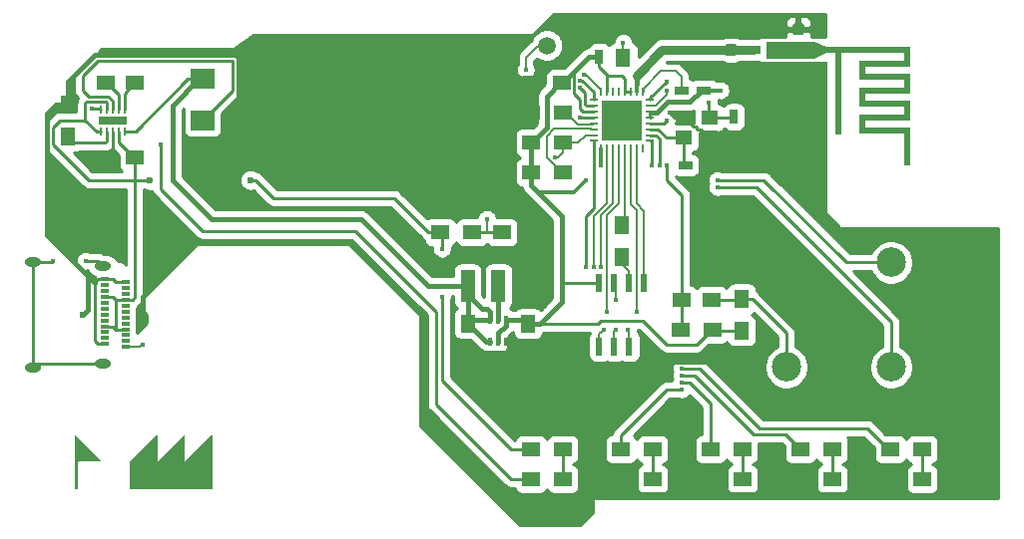
<source format=gbr>
G04 #@! TF.GenerationSoftware,KiCad,Pcbnew,(5.1.2)-1*
G04 #@! TF.CreationDate,2019-05-23T18:27:22+02:00*
G04 #@! TF.ProjectId,2018-03-08 Intercourse 01,32303138-2d30-4332-9d30-3820496e7465,rev?*
G04 #@! TF.SameCoordinates,Original*
G04 #@! TF.FileFunction,Copper,L1,Top*
G04 #@! TF.FilePolarity,Positive*
%FSLAX46Y46*%
G04 Gerber Fmt 4.6, Leading zero omitted, Abs format (unit mm)*
G04 Created by KiCad (PCBNEW (5.1.2)-1) date 2019-05-23 18:27:22*
%MOMM*%
%LPD*%
G04 APERTURE LIST*
%ADD10C,0.381000*%
%ADD11C,1.422400*%
%ADD12C,0.100000*%
%ADD13R,1.500000X1.250000*%
%ADD14R,2.000000X1.700000*%
%ADD15R,1.250000X1.500000*%
%ADD16R,0.750000X1.200000*%
%ADD17R,1.200000X0.750000*%
%ADD18R,1.500000X1.300000*%
%ADD19O,1.400000X0.800000*%
%ADD20R,0.700000X0.300000*%
%ADD21C,2.500000*%
%ADD22R,1.200000X2.700000*%
%ADD23R,1.300000X1.500000*%
%ADD24R,0.250000X0.700000*%
%ADD25R,1.200000X0.640000*%
%ADD26R,0.600000X1.550000*%
%ADD27R,0.700000X0.250000*%
%ADD28R,1.725000X1.725000*%
%ADD29R,1.400000X1.200000*%
%ADD30R,0.400000X0.700000*%
%ADD31C,1.500000*%
%ADD32C,0.950000*%
%ADD33C,0.600000*%
%ADD34C,0.400000*%
%ADD35C,0.400000*%
%ADD36C,0.250000*%
%ADD37C,0.160000*%
%ADD38C,0.300000*%
%ADD39C,0.750000*%
%ADD40C,0.254000*%
%ADD41C,0.025400*%
G04 APERTURE END LIST*
D10*
X180975000Y-85979000D03*
D11*
X176911000Y-79121000D03*
D12*
G36*
X183261000Y-80518000D02*
G01*
X183261000Y-81153000D01*
X187071000Y-81153000D01*
X187071000Y-82804000D01*
X183261000Y-82804000D01*
X183261000Y-83439000D01*
X187071000Y-83439000D01*
X187071000Y-85090000D01*
X183261000Y-85090000D01*
X183261000Y-85725000D01*
X187071000Y-85725000D01*
X187071000Y-88900000D01*
X186563000Y-88900000D01*
X186563000Y-86233000D01*
X182753000Y-86233000D01*
X182753000Y-84582000D01*
X186563000Y-84582000D01*
X186563000Y-83947000D01*
X182753000Y-83947000D01*
X182753000Y-82296000D01*
X186563000Y-82296000D01*
X186563000Y-81661000D01*
X182753000Y-81661000D01*
X182753000Y-80010000D01*
X186563000Y-80010000D01*
X186563000Y-79375000D01*
X181229000Y-79375000D01*
X181229000Y-86309200D01*
X180721000Y-86309200D01*
X180721000Y-79375000D01*
X179959000Y-79375000D01*
X178943000Y-79832200D01*
X174879000Y-79832200D01*
X174879000Y-78409800D01*
X178943000Y-78409800D01*
X179959000Y-78867000D01*
X187071000Y-78867000D01*
X187071000Y-80518000D01*
X183261000Y-80518000D01*
X183261000Y-80518000D01*
G37*
D13*
X121265000Y-88265000D03*
X118765000Y-88265000D03*
D14*
X127000000Y-81590000D03*
X127000000Y-85090000D03*
X127000000Y-88590000D03*
D15*
X149523701Y-102353393D03*
X149523701Y-104853393D03*
D13*
X121265000Y-81915000D03*
X118765000Y-81915000D03*
D15*
X154603701Y-102373393D03*
X154603701Y-104873393D03*
D16*
X172085000Y-84775000D03*
X172085000Y-86675000D03*
D17*
X167960000Y-88900000D03*
X169860000Y-88900000D03*
D13*
X167660000Y-100330000D03*
X170160000Y-100330000D03*
D17*
X169540000Y-82550000D03*
X167640000Y-82550000D03*
X173741000Y-79121000D03*
X175641000Y-79121000D03*
D13*
X157460000Y-81915000D03*
X154960000Y-81915000D03*
D16*
X160655000Y-79690000D03*
X160655000Y-77790000D03*
D18*
X154860000Y-115570000D03*
X157560000Y-115570000D03*
X162480000Y-115570000D03*
X165180000Y-115570000D03*
X170100000Y-115570000D03*
X172800000Y-115570000D03*
X177720000Y-115570000D03*
X180420000Y-115570000D03*
X185340000Y-115570000D03*
X188040000Y-115570000D03*
D19*
X118535000Y-97470000D03*
D20*
X120445000Y-98850000D03*
X120445000Y-99350000D03*
X120445000Y-99850000D03*
X120445000Y-100350000D03*
X120445000Y-100850000D03*
X120445000Y-101350000D03*
X120445000Y-101850000D03*
X120445000Y-104350000D03*
X120445000Y-103350000D03*
X120445000Y-102850000D03*
X120445000Y-102350000D03*
X120445000Y-103850000D03*
X118745000Y-104100000D03*
D19*
X118535000Y-105730000D03*
X112585000Y-106090000D03*
X112585000Y-97110000D03*
D20*
X118745000Y-103600000D03*
X118745000Y-103100000D03*
X118745000Y-102600000D03*
X118745000Y-102100000D03*
X118745000Y-101600000D03*
X118745000Y-101100000D03*
X118745000Y-100600000D03*
X118745000Y-100100000D03*
X118745000Y-99600000D03*
X118745000Y-99100000D03*
X118745000Y-98600000D03*
D21*
X176530000Y-106045000D03*
X185420000Y-97155000D03*
X185420000Y-106045000D03*
X190500000Y-106045000D03*
X190500000Y-97155000D03*
D22*
X152093701Y-99158393D03*
X149493701Y-99158393D03*
D23*
X115570000Y-86440000D03*
X115570000Y-83740000D03*
D18*
X149860000Y-94615000D03*
X147160000Y-94615000D03*
X152400000Y-94615000D03*
X155100000Y-94615000D03*
X170260000Y-102870000D03*
X167560000Y-102870000D03*
D23*
X172720000Y-102950000D03*
X172720000Y-100250000D03*
X162687000Y-77089000D03*
X162687000Y-79789000D03*
X162560000Y-96680000D03*
X162560000Y-93980000D03*
D18*
X154860000Y-113030000D03*
X157560000Y-113030000D03*
X162480000Y-113030000D03*
X165180000Y-113030000D03*
X170100000Y-113030000D03*
X172800000Y-113030000D03*
X177720000Y-113030000D03*
X180420000Y-113030000D03*
X185340000Y-113030000D03*
X188040000Y-113030000D03*
X157560000Y-86995000D03*
X154860000Y-86995000D03*
X157560000Y-89535000D03*
X154860000Y-89535000D03*
X157560000Y-84455000D03*
X154860000Y-84455000D03*
D24*
X120380000Y-84192881D03*
X119880000Y-84192881D03*
X119380000Y-84192881D03*
X118880000Y-84192881D03*
X118380000Y-84192881D03*
X118380000Y-86042881D03*
X118880000Y-86042881D03*
X119380000Y-86042881D03*
X119880000Y-86042881D03*
X120380000Y-86042881D03*
D25*
X118780000Y-85117881D03*
X119980000Y-85117881D03*
D26*
X160655000Y-104300000D03*
X161925000Y-104300000D03*
X163195000Y-104300000D03*
X164465000Y-104300000D03*
X164465000Y-98900000D03*
X163195000Y-98900000D03*
X161925000Y-98900000D03*
X160655000Y-98900000D03*
D24*
X164310000Y-82690000D03*
X163810000Y-82690000D03*
X163310000Y-82690000D03*
X162810000Y-82690000D03*
X162310000Y-82690000D03*
X161810000Y-82690000D03*
X161310000Y-82690000D03*
X160810000Y-82690000D03*
D27*
X160160000Y-83340000D03*
X160160000Y-83840000D03*
X160160000Y-84340000D03*
X160160000Y-84840000D03*
X160160000Y-85340000D03*
X160160000Y-85840000D03*
X160160000Y-86340000D03*
X160160000Y-86840000D03*
D24*
X160810000Y-87490000D03*
X161310000Y-87490000D03*
X161810000Y-87490000D03*
X162310000Y-87490000D03*
X162810000Y-87490000D03*
X163310000Y-87490000D03*
X163810000Y-87490000D03*
X164310000Y-87490000D03*
D27*
X164960000Y-86840000D03*
X164960000Y-86340000D03*
X164960000Y-85840000D03*
X164960000Y-85340000D03*
X164960000Y-84840000D03*
X164960000Y-84340000D03*
X164960000Y-83840000D03*
X164960000Y-83340000D03*
D28*
X161697500Y-85952500D03*
X163422500Y-85952500D03*
X161697500Y-84227500D03*
X163422500Y-84227500D03*
D29*
X170010000Y-84875000D03*
X167810000Y-84875000D03*
X167810000Y-86575000D03*
X170010000Y-86575000D03*
D30*
X151413701Y-103918393D03*
X152063701Y-103918393D03*
X152713701Y-103918393D03*
X152713701Y-102018393D03*
X151413701Y-102018393D03*
X152063701Y-102018393D03*
D21*
X176530000Y-97155000D03*
D31*
X156210000Y-78740000D03*
D12*
G36*
X177806779Y-78569144D02*
G01*
X177829834Y-78572563D01*
X177852443Y-78578227D01*
X177874387Y-78586079D01*
X177895457Y-78596044D01*
X177915448Y-78608026D01*
X177934168Y-78621910D01*
X177951438Y-78637562D01*
X177967090Y-78654832D01*
X177980974Y-78673552D01*
X177992956Y-78693543D01*
X178002921Y-78714613D01*
X178010773Y-78736557D01*
X178016437Y-78759166D01*
X178019856Y-78782221D01*
X178021000Y-78805500D01*
X178021000Y-79380500D01*
X178019856Y-79403779D01*
X178016437Y-79426834D01*
X178010773Y-79449443D01*
X178002921Y-79471387D01*
X177992956Y-79492457D01*
X177980974Y-79512448D01*
X177967090Y-79531168D01*
X177951438Y-79548438D01*
X177934168Y-79564090D01*
X177915448Y-79577974D01*
X177895457Y-79589956D01*
X177874387Y-79599921D01*
X177852443Y-79607773D01*
X177829834Y-79613437D01*
X177806779Y-79616856D01*
X177783500Y-79618000D01*
X177308500Y-79618000D01*
X177285221Y-79616856D01*
X177262166Y-79613437D01*
X177239557Y-79607773D01*
X177217613Y-79599921D01*
X177196543Y-79589956D01*
X177176552Y-79577974D01*
X177157832Y-79564090D01*
X177140562Y-79548438D01*
X177124910Y-79531168D01*
X177111026Y-79512448D01*
X177099044Y-79492457D01*
X177089079Y-79471387D01*
X177081227Y-79449443D01*
X177075563Y-79426834D01*
X177072144Y-79403779D01*
X177071000Y-79380500D01*
X177071000Y-78805500D01*
X177072144Y-78782221D01*
X177075563Y-78759166D01*
X177081227Y-78736557D01*
X177089079Y-78714613D01*
X177099044Y-78693543D01*
X177111026Y-78673552D01*
X177124910Y-78654832D01*
X177140562Y-78637562D01*
X177157832Y-78621910D01*
X177176552Y-78608026D01*
X177196543Y-78596044D01*
X177217613Y-78586079D01*
X177239557Y-78578227D01*
X177262166Y-78572563D01*
X177285221Y-78569144D01*
X177308500Y-78568000D01*
X177783500Y-78568000D01*
X177806779Y-78569144D01*
X177806779Y-78569144D01*
G37*
D32*
X177546000Y-79093000D03*
D12*
G36*
X177806779Y-76819144D02*
G01*
X177829834Y-76822563D01*
X177852443Y-76828227D01*
X177874387Y-76836079D01*
X177895457Y-76846044D01*
X177915448Y-76858026D01*
X177934168Y-76871910D01*
X177951438Y-76887562D01*
X177967090Y-76904832D01*
X177980974Y-76923552D01*
X177992956Y-76943543D01*
X178002921Y-76964613D01*
X178010773Y-76986557D01*
X178016437Y-77009166D01*
X178019856Y-77032221D01*
X178021000Y-77055500D01*
X178021000Y-77630500D01*
X178019856Y-77653779D01*
X178016437Y-77676834D01*
X178010773Y-77699443D01*
X178002921Y-77721387D01*
X177992956Y-77742457D01*
X177980974Y-77762448D01*
X177967090Y-77781168D01*
X177951438Y-77798438D01*
X177934168Y-77814090D01*
X177915448Y-77827974D01*
X177895457Y-77839956D01*
X177874387Y-77849921D01*
X177852443Y-77857773D01*
X177829834Y-77863437D01*
X177806779Y-77866856D01*
X177783500Y-77868000D01*
X177308500Y-77868000D01*
X177285221Y-77866856D01*
X177262166Y-77863437D01*
X177239557Y-77857773D01*
X177217613Y-77849921D01*
X177196543Y-77839956D01*
X177176552Y-77827974D01*
X177157832Y-77814090D01*
X177140562Y-77798438D01*
X177124910Y-77781168D01*
X177111026Y-77762448D01*
X177099044Y-77742457D01*
X177089079Y-77721387D01*
X177081227Y-77699443D01*
X177075563Y-77676834D01*
X177072144Y-77653779D01*
X177071000Y-77630500D01*
X177071000Y-77055500D01*
X177072144Y-77032221D01*
X177075563Y-77009166D01*
X177081227Y-76986557D01*
X177089079Y-76964613D01*
X177099044Y-76943543D01*
X177111026Y-76923552D01*
X177124910Y-76904832D01*
X177140562Y-76887562D01*
X177157832Y-76871910D01*
X177176552Y-76858026D01*
X177196543Y-76846044D01*
X177217613Y-76836079D01*
X177239557Y-76828227D01*
X177262166Y-76822563D01*
X177285221Y-76819144D01*
X177308500Y-76818000D01*
X177783500Y-76818000D01*
X177806779Y-76819144D01*
X177806779Y-76819144D01*
G37*
D32*
X177546000Y-77343000D03*
D12*
G36*
X172091779Y-76847144D02*
G01*
X172114834Y-76850563D01*
X172137443Y-76856227D01*
X172159387Y-76864079D01*
X172180457Y-76874044D01*
X172200448Y-76886026D01*
X172219168Y-76899910D01*
X172236438Y-76915562D01*
X172252090Y-76932832D01*
X172265974Y-76951552D01*
X172277956Y-76971543D01*
X172287921Y-76992613D01*
X172295773Y-77014557D01*
X172301437Y-77037166D01*
X172304856Y-77060221D01*
X172306000Y-77083500D01*
X172306000Y-77658500D01*
X172304856Y-77681779D01*
X172301437Y-77704834D01*
X172295773Y-77727443D01*
X172287921Y-77749387D01*
X172277956Y-77770457D01*
X172265974Y-77790448D01*
X172252090Y-77809168D01*
X172236438Y-77826438D01*
X172219168Y-77842090D01*
X172200448Y-77855974D01*
X172180457Y-77867956D01*
X172159387Y-77877921D01*
X172137443Y-77885773D01*
X172114834Y-77891437D01*
X172091779Y-77894856D01*
X172068500Y-77896000D01*
X171593500Y-77896000D01*
X171570221Y-77894856D01*
X171547166Y-77891437D01*
X171524557Y-77885773D01*
X171502613Y-77877921D01*
X171481543Y-77867956D01*
X171461552Y-77855974D01*
X171442832Y-77842090D01*
X171425562Y-77826438D01*
X171409910Y-77809168D01*
X171396026Y-77790448D01*
X171384044Y-77770457D01*
X171374079Y-77749387D01*
X171366227Y-77727443D01*
X171360563Y-77704834D01*
X171357144Y-77681779D01*
X171356000Y-77658500D01*
X171356000Y-77083500D01*
X171357144Y-77060221D01*
X171360563Y-77037166D01*
X171366227Y-77014557D01*
X171374079Y-76992613D01*
X171384044Y-76971543D01*
X171396026Y-76951552D01*
X171409910Y-76932832D01*
X171425562Y-76915562D01*
X171442832Y-76899910D01*
X171461552Y-76886026D01*
X171481543Y-76874044D01*
X171502613Y-76864079D01*
X171524557Y-76856227D01*
X171547166Y-76850563D01*
X171570221Y-76847144D01*
X171593500Y-76846000D01*
X172068500Y-76846000D01*
X172091779Y-76847144D01*
X172091779Y-76847144D01*
G37*
D32*
X171831000Y-77371000D03*
D12*
G36*
X172091779Y-78597144D02*
G01*
X172114834Y-78600563D01*
X172137443Y-78606227D01*
X172159387Y-78614079D01*
X172180457Y-78624044D01*
X172200448Y-78636026D01*
X172219168Y-78649910D01*
X172236438Y-78665562D01*
X172252090Y-78682832D01*
X172265974Y-78701552D01*
X172277956Y-78721543D01*
X172287921Y-78742613D01*
X172295773Y-78764557D01*
X172301437Y-78787166D01*
X172304856Y-78810221D01*
X172306000Y-78833500D01*
X172306000Y-79408500D01*
X172304856Y-79431779D01*
X172301437Y-79454834D01*
X172295773Y-79477443D01*
X172287921Y-79499387D01*
X172277956Y-79520457D01*
X172265974Y-79540448D01*
X172252090Y-79559168D01*
X172236438Y-79576438D01*
X172219168Y-79592090D01*
X172200448Y-79605974D01*
X172180457Y-79617956D01*
X172159387Y-79627921D01*
X172137443Y-79635773D01*
X172114834Y-79641437D01*
X172091779Y-79644856D01*
X172068500Y-79646000D01*
X171593500Y-79646000D01*
X171570221Y-79644856D01*
X171547166Y-79641437D01*
X171524557Y-79635773D01*
X171502613Y-79627921D01*
X171481543Y-79617956D01*
X171461552Y-79605974D01*
X171442832Y-79592090D01*
X171425562Y-79576438D01*
X171409910Y-79559168D01*
X171396026Y-79540448D01*
X171384044Y-79520457D01*
X171374079Y-79499387D01*
X171366227Y-79477443D01*
X171360563Y-79454834D01*
X171357144Y-79431779D01*
X171356000Y-79408500D01*
X171356000Y-78833500D01*
X171357144Y-78810221D01*
X171360563Y-78787166D01*
X171366227Y-78764557D01*
X171374079Y-78742613D01*
X171384044Y-78721543D01*
X171396026Y-78701552D01*
X171409910Y-78682832D01*
X171425562Y-78665562D01*
X171442832Y-78649910D01*
X171461552Y-78636026D01*
X171481543Y-78624044D01*
X171502613Y-78614079D01*
X171524557Y-78606227D01*
X171547166Y-78600563D01*
X171570221Y-78597144D01*
X171593500Y-78596000D01*
X172068500Y-78596000D01*
X172091779Y-78597144D01*
X172091779Y-78597144D01*
G37*
D32*
X171831000Y-79121000D03*
D33*
X116840000Y-88265000D03*
X115570000Y-90170000D03*
X161697500Y-85952500D03*
X163422500Y-85952500D03*
X163422500Y-84227500D03*
X161697500Y-84227500D03*
X155956000Y-103632000D03*
X155956000Y-100838000D03*
X121920000Y-101600000D03*
X116840000Y-101600000D03*
D34*
X166624000Y-84455000D03*
X161544000Y-78486000D03*
D33*
X179070000Y-77089000D03*
D34*
X159512000Y-90170000D03*
X160782000Y-88900000D03*
X170942000Y-82550000D03*
X147320000Y-96012090D03*
D33*
X131064000Y-90170000D03*
D34*
X147320000Y-100076000D03*
D33*
X122555000Y-90170000D03*
D34*
X169926000Y-83566000D03*
X166370000Y-85090000D03*
X166370000Y-88900000D03*
X166370000Y-81788000D03*
X117602000Y-84074000D03*
X123444000Y-87122000D03*
X117094000Y-97028000D03*
X114300000Y-97028000D03*
X170688000Y-90170000D03*
X165769997Y-88900000D03*
X170688000Y-90770003D03*
X165100000Y-88900000D03*
X154432000Y-80772000D03*
X156863761Y-88259937D03*
X159371432Y-81201536D03*
X151130000Y-93472000D03*
X166370000Y-82550000D03*
X162687000Y-78486000D03*
X159004118Y-81695977D03*
X167640000Y-107972069D03*
X159004000Y-82295978D03*
X167640000Y-107372056D03*
X167640000Y-106772043D03*
X159004000Y-84836000D03*
X167640000Y-106171936D03*
X159512000Y-97536000D03*
X161290000Y-101346000D03*
X161036000Y-102870000D03*
X163830000Y-101346000D03*
X162052000Y-102870000D03*
X163068000Y-102870000D03*
X160782000Y-97536000D03*
X162052000Y-100330000D03*
X160181997Y-97536000D03*
X121920000Y-104140000D03*
D35*
X140335000Y-93472000D02*
X140462000Y-93472000D01*
X140462000Y-93472000D02*
X146148393Y-99158393D01*
X146148393Y-99158393D02*
X149493701Y-99158393D01*
X151413701Y-102018393D02*
X151413701Y-101375701D01*
X151413701Y-101375701D02*
X151130000Y-101092000D01*
X151130000Y-101092000D02*
X150677308Y-101092000D01*
X150677308Y-101092000D02*
X149493701Y-99908393D01*
X149493701Y-99908393D02*
X149493701Y-99158393D01*
X127000000Y-81590000D02*
X126690000Y-81590000D01*
X126690000Y-81590000D02*
X124460000Y-83820000D01*
X124460000Y-83820000D02*
X124460000Y-90170000D01*
X124460000Y-90170000D02*
X127762000Y-93472000D01*
X127762000Y-93472000D02*
X140335000Y-93472000D01*
X149493701Y-99158393D02*
X149493701Y-102323393D01*
X149493701Y-102323393D02*
X149523701Y-102353393D01*
X127000000Y-81590000D02*
X126850000Y-81590000D01*
X151413701Y-103918393D02*
X151088701Y-103918393D01*
X151088701Y-103918393D02*
X149523701Y-102353393D01*
X151413701Y-102018393D02*
X149858701Y-102018393D01*
X149858701Y-102018393D02*
X149523701Y-102353393D01*
D36*
X127000000Y-81590000D02*
X125750000Y-81590000D01*
X125750000Y-81590000D02*
X121297119Y-86042881D01*
X121297119Y-86042881D02*
X120755000Y-86042881D01*
X120755000Y-86042881D02*
X120380000Y-86042881D01*
X119380000Y-84192881D02*
X119380000Y-83456471D01*
X119380000Y-83456471D02*
X118991399Y-83067870D01*
X118991399Y-83067870D02*
X117357870Y-83067870D01*
X117357870Y-83067870D02*
X116840000Y-82550000D01*
X116840000Y-82550000D02*
X116840000Y-81280000D01*
X116840000Y-81280000D02*
X118110000Y-80010000D01*
X118110000Y-80010000D02*
X129540000Y-80010000D01*
X129540000Y-80010000D02*
X129540000Y-82550000D01*
X129540000Y-82550000D02*
X127000000Y-85090000D01*
D35*
X128016000Y-88590000D02*
X128400000Y-88590000D01*
X155000000Y-94615000D02*
X155100000Y-94615000D01*
X128400000Y-88590000D02*
X128839999Y-89029999D01*
X146853996Y-97450000D02*
X147786002Y-97450000D01*
X128839999Y-89029999D02*
X128839999Y-90506001D01*
X128839999Y-90506001D02*
X130883998Y-92550000D01*
X130883998Y-92550000D02*
X141953996Y-92550000D01*
X141953996Y-92550000D02*
X146853996Y-97450000D01*
X147786002Y-97450000D02*
X148716002Y-96520000D01*
X148716002Y-96520000D02*
X153095000Y-96520000D01*
X153095000Y-96520000D02*
X155000000Y-94615000D01*
D36*
X113774990Y-90170000D02*
X115570000Y-90170000D01*
X119380000Y-86042881D02*
X119380000Y-87650000D01*
X119380000Y-87650000D02*
X118765000Y-88265000D01*
X119380000Y-87650000D02*
X118765000Y-88265000D01*
D35*
X161697500Y-84227500D02*
X163422500Y-85952500D01*
X163422500Y-84227500D02*
X161697500Y-85952500D01*
X160655000Y-77790000D02*
X159210000Y-77790000D01*
X127000000Y-88590000D02*
X128016000Y-88590000D01*
D37*
X127000000Y-88590000D02*
X127150000Y-88590000D01*
X127150000Y-88590000D02*
X128016000Y-88590000D01*
D35*
X174752000Y-110236000D02*
X180848000Y-110236000D01*
X180848000Y-110236000D02*
X186309000Y-110236000D01*
X160020000Y-111439692D02*
X165887757Y-105571935D01*
X165887757Y-105571935D02*
X170087935Y-105571935D01*
X170087935Y-105571935D02*
X174752000Y-110236000D01*
X121920000Y-101600000D02*
X121920000Y-100076000D01*
X121920000Y-100076000D02*
X126492000Y-95504000D01*
X159004000Y-119380000D02*
X160020000Y-118364000D01*
X126492000Y-95504000D02*
X139446000Y-95504000D01*
X160020000Y-118364000D02*
X160020000Y-116840000D01*
X139446000Y-95504000D02*
X145542000Y-101600000D01*
X145542000Y-101600000D02*
X145542000Y-110998000D01*
X145542000Y-110998000D02*
X153924000Y-119380000D01*
X153924000Y-119380000D02*
X159004000Y-119380000D01*
D38*
X162560000Y-116840000D02*
X160020000Y-116840000D01*
X162480000Y-115570000D02*
X162480000Y-116760000D01*
X162480000Y-116760000D02*
X162560000Y-116840000D01*
X162560000Y-116840000D02*
X162800000Y-116840000D01*
D35*
X160020000Y-116840000D02*
X160020000Y-111439692D01*
D36*
X164465000Y-104300000D02*
X164465000Y-105325000D01*
X155478701Y-104873393D02*
X154603701Y-104873393D01*
X164465000Y-105325000D02*
X163916607Y-105873393D01*
X156478701Y-105873393D02*
X155478701Y-104873393D01*
X163916607Y-105873393D02*
X156478701Y-105873393D01*
D35*
X155956000Y-103632000D02*
X155956000Y-104394000D01*
X155956000Y-104394000D02*
X155476607Y-104873393D01*
X155476607Y-104873393D02*
X154603701Y-104873393D01*
X155100000Y-94615000D02*
X155100000Y-99982000D01*
X155100000Y-99982000D02*
X155956000Y-100838000D01*
X154603701Y-104873393D02*
X154149393Y-104873393D01*
X154149393Y-104873393D02*
X153194393Y-103918393D01*
X153194393Y-103918393D02*
X152713701Y-103918393D01*
X160020000Y-111439692D02*
X154603701Y-106023393D01*
X154603701Y-106023393D02*
X154603701Y-104873393D01*
X117265000Y-98298000D02*
X113774990Y-94807990D01*
X117856000Y-98889000D02*
X117265000Y-98298000D01*
X117265000Y-98298000D02*
X117265000Y-101175000D01*
X117265000Y-101175000D02*
X116840000Y-101600000D01*
X172085000Y-86675000D02*
X172085000Y-87503000D01*
X172085000Y-87503000D02*
X170688000Y-88900000D01*
X170688000Y-88900000D02*
X169860000Y-88900000D01*
D38*
X170100000Y-115570000D02*
X170100000Y-116760000D01*
X170180000Y-116840000D02*
X169926000Y-116840000D01*
X170100000Y-116760000D02*
X170180000Y-116840000D01*
X177720000Y-115570000D02*
X177720000Y-116760000D01*
X177720000Y-116760000D02*
X177800000Y-116840000D01*
X177800000Y-116840000D02*
X177292000Y-116840000D01*
X169926000Y-116840000D02*
X177292000Y-116840000D01*
X177292000Y-116840000D02*
X185166000Y-116840000D01*
X162800000Y-116840000D02*
X169926000Y-116840000D01*
X185340000Y-116666000D02*
X185340000Y-115570000D01*
X185166000Y-116840000D02*
X185340000Y-116666000D01*
D35*
X153162000Y-91627000D02*
X153162000Y-88646000D01*
X153162000Y-88646000D02*
X153162000Y-86053000D01*
X127000000Y-88590000D02*
X153106000Y-88590000D01*
X153106000Y-88590000D02*
X153162000Y-88646000D01*
X154835000Y-81915000D02*
X154960000Y-81915000D01*
X154960000Y-81915000D02*
X154960000Y-82940000D01*
X113774990Y-94807990D02*
X113774990Y-90170000D01*
X113774990Y-90170000D02*
X113774990Y-84485010D01*
X114520000Y-83740000D02*
X115570000Y-83740000D01*
X113774990Y-84485010D02*
X114520000Y-83740000D01*
D36*
X117856000Y-98889000D02*
X117856000Y-103811000D01*
X117856000Y-103811000D02*
X118145000Y-104100000D01*
X118145000Y-104100000D02*
X118745000Y-104100000D01*
X118745000Y-98600000D02*
X118145000Y-98600000D01*
X118145000Y-98600000D02*
X117856000Y-98889000D01*
D35*
X115570000Y-82590000D02*
X115570000Y-83740000D01*
X127150000Y-88590000D02*
X130065010Y-85674990D01*
X130065010Y-85674990D02*
X130065010Y-79792534D01*
X115570000Y-81807524D02*
X115570000Y-82590000D01*
X130065010Y-79792534D02*
X129757466Y-79484990D01*
X129757466Y-79484990D02*
X117892533Y-79484991D01*
X117892533Y-79484991D02*
X115570000Y-81807524D01*
X154960000Y-81915000D02*
X155085000Y-81915000D01*
X155085000Y-81915000D02*
X159210000Y-77790000D01*
X154860000Y-84455000D02*
X154860000Y-82015000D01*
X154860000Y-82015000D02*
X154960000Y-81915000D01*
X153162000Y-86053000D02*
X154760000Y-84455000D01*
X154760000Y-84455000D02*
X154860000Y-84455000D01*
X155100000Y-94615000D02*
X155100000Y-93565000D01*
X155100000Y-93565000D02*
X153162000Y-91627000D01*
X149523701Y-104853393D02*
X154583701Y-104853393D01*
X154583701Y-104853393D02*
X154603701Y-104873393D01*
D36*
X167810000Y-84875000D02*
X167933000Y-84875000D01*
X167933000Y-84875000D02*
X168656000Y-85598000D01*
X168656000Y-85598000D02*
X168910000Y-85598000D01*
X168910000Y-85598000D02*
X168910000Y-85852000D01*
X168910000Y-85852000D02*
X169287000Y-85852000D01*
X169287000Y-85852000D02*
X170010000Y-86575000D01*
X169541000Y-86106000D02*
X170010000Y-86575000D01*
X170010000Y-86575000D02*
X171985000Y-86575000D01*
X171985000Y-86575000D02*
X172085000Y-86675000D01*
X169860000Y-88900000D02*
X169860000Y-86725000D01*
X169860000Y-86725000D02*
X170010000Y-86575000D01*
X118745000Y-98600000D02*
X119345000Y-98600000D01*
X119345000Y-98600000D02*
X119595000Y-98850000D01*
X119595000Y-98850000D02*
X119845000Y-98850000D01*
X119845000Y-98850000D02*
X120445000Y-98850000D01*
D38*
X167810000Y-84875000D02*
X167044000Y-84875000D01*
X167044000Y-84875000D02*
X166624000Y-84455000D01*
X160655000Y-77790000D02*
X161330000Y-77790000D01*
X162031000Y-77089000D02*
X162560000Y-77089000D01*
X162560000Y-77089000D02*
X162687000Y-77089000D01*
X161544000Y-77576000D02*
X161597000Y-77523000D01*
X161544000Y-78486000D02*
X161544000Y-77576000D01*
X161330000Y-77790000D02*
X161597000Y-77523000D01*
X161597000Y-77523000D02*
X162031000Y-77089000D01*
D36*
X120380000Y-84192881D02*
X120380000Y-82800000D01*
X120380000Y-82800000D02*
X121265000Y-81915000D01*
X119880000Y-84192881D02*
X119880000Y-82905000D01*
X119880000Y-82905000D02*
X118890000Y-81915000D01*
X118890000Y-81915000D02*
X118765000Y-81915000D01*
X155628701Y-102373393D02*
X160516607Y-102373393D01*
X160516607Y-102373393D02*
X160782000Y-102108000D01*
X160782000Y-102108000D02*
X164338000Y-102108000D01*
X166370000Y-104140000D02*
X168890000Y-104140000D01*
X164338000Y-102108000D02*
X166370000Y-104140000D01*
X168890000Y-104140000D02*
X170160000Y-102870000D01*
X170160000Y-102870000D02*
X170260000Y-102870000D01*
D35*
X169315000Y-82550000D02*
X169540000Y-82550000D01*
D36*
X172720000Y-102950000D02*
X170340000Y-102950000D01*
X170340000Y-102950000D02*
X170260000Y-102870000D01*
X158478999Y-82786999D02*
X159004000Y-83312000D01*
X159004000Y-83312000D02*
X159004000Y-84074000D01*
X158750000Y-80750000D02*
X158478999Y-81021001D01*
X158478999Y-81021001D02*
X158478999Y-82786999D01*
X159004000Y-84074000D02*
X159270000Y-84340000D01*
X159270000Y-84340000D02*
X159560000Y-84340000D01*
X159560000Y-84340000D02*
X160160000Y-84340000D01*
X158750000Y-80750000D02*
X158823466Y-80676534D01*
D35*
X156210000Y-91935000D02*
X155448000Y-91173000D01*
X155448000Y-91173000D02*
X154860000Y-90585000D01*
D38*
X159512000Y-90170000D02*
X158496000Y-91186000D01*
X158496000Y-91186000D02*
X155461000Y-91186000D01*
X155461000Y-91186000D02*
X155448000Y-91173000D01*
X160810000Y-87490000D02*
X160810000Y-88872000D01*
X160810000Y-88872000D02*
X160782000Y-88900000D01*
X157480000Y-81935000D02*
X157460000Y-81915000D01*
D36*
X164960000Y-84340000D02*
X164960000Y-84840000D01*
D35*
X165540002Y-84455000D02*
X165100000Y-84455000D01*
X169315000Y-82550000D02*
X168339676Y-83525324D01*
X168339676Y-83525324D02*
X166469678Y-83525324D01*
X166469678Y-83525324D02*
X165540002Y-84455000D01*
D36*
X172370000Y-102870000D02*
X172450000Y-102950000D01*
D35*
X157480000Y-99060000D02*
X157480000Y-93205000D01*
D36*
X157480000Y-99060000D02*
X157640000Y-98900000D01*
D35*
X157480000Y-100522094D02*
X157480000Y-99060000D01*
D36*
X157640000Y-98900000D02*
X160655000Y-98900000D01*
D35*
X157480000Y-93205000D02*
X156210000Y-91935000D01*
D36*
X165009999Y-84889999D02*
X164960000Y-84840000D01*
X162810000Y-82690000D02*
X163310000Y-82690000D01*
X162810000Y-81530000D02*
X162810000Y-82690000D01*
X161310000Y-82090000D02*
X161310000Y-82690000D01*
D35*
X158750000Y-80750000D02*
X159810000Y-79690000D01*
X157585000Y-81915000D02*
X158750000Y-80750000D01*
X157460000Y-81915000D02*
X157585000Y-81915000D01*
X159810000Y-79690000D02*
X159880000Y-79690000D01*
X159880000Y-79690000D02*
X160655000Y-79690000D01*
X156210000Y-85745000D02*
X156210000Y-83040000D01*
X156210000Y-83040000D02*
X157335000Y-81915000D01*
X157335000Y-81915000D02*
X157460000Y-81915000D01*
X154860000Y-86995000D02*
X154960000Y-86995000D01*
X154960000Y-86995000D02*
X156210000Y-85745000D01*
X154860000Y-89535000D02*
X154860000Y-86995000D01*
X154860000Y-90585000D02*
X154860000Y-89535000D01*
X154603701Y-102373393D02*
X155628701Y-102373393D01*
X155628701Y-102373393D02*
X157480000Y-100522094D01*
X152063701Y-103918393D02*
X152063701Y-103168393D01*
X152063701Y-103168393D02*
X152713701Y-102518393D01*
X152713701Y-102518393D02*
X152713701Y-102018393D01*
X152713701Y-102018393D02*
X154248701Y-102018393D01*
X154248701Y-102018393D02*
X154603701Y-102373393D01*
D36*
X162560000Y-81280000D02*
X162810000Y-81530000D01*
X161310000Y-81195000D02*
X161310000Y-82090000D01*
X160655000Y-80540000D02*
X161310000Y-81195000D01*
X160655000Y-79690000D02*
X160655000Y-80540000D01*
X161395000Y-81280000D02*
X161310000Y-81195000D01*
X162560000Y-81280000D02*
X161395000Y-81280000D01*
D38*
X170942000Y-82550000D02*
X170659158Y-82550000D01*
X170659158Y-82550000D02*
X169545000Y-82550000D01*
D36*
X119880000Y-87005000D02*
X121140000Y-88265000D01*
X119880000Y-86042881D02*
X119880000Y-87005000D01*
X147160000Y-94615000D02*
X146160000Y-94615000D01*
X146160000Y-94615000D02*
X143239000Y-91694000D01*
X143239000Y-91694000D02*
X133012264Y-91694000D01*
X133012264Y-91694000D02*
X131488264Y-90170000D01*
X131488264Y-90170000D02*
X131064000Y-90170000D01*
X147160000Y-94615000D02*
X147160000Y-94836000D01*
X147160000Y-94836000D02*
X147320000Y-94996000D01*
X147320000Y-94996000D02*
X147320000Y-96012090D01*
X147320000Y-100358842D02*
X147320000Y-100076000D01*
X153162000Y-113030000D02*
X147320000Y-107188000D01*
X147320000Y-107188000D02*
X147320000Y-100358842D01*
X154860000Y-113030000D02*
X153162000Y-113030000D01*
X122555000Y-90170000D02*
X121265000Y-90170000D01*
X117052119Y-85090000D02*
X117052119Y-83607881D01*
X117052119Y-83607881D02*
X117142120Y-83517880D01*
X121265000Y-90170000D02*
X121265000Y-89140000D01*
X118380000Y-86042881D02*
X118005000Y-86042881D01*
X114300000Y-85724998D02*
X114300000Y-87155002D01*
X117314998Y-90170000D02*
X121265000Y-90170000D01*
X117052119Y-85090000D02*
X114934998Y-85090000D01*
X114934998Y-85090000D02*
X114300000Y-85724998D01*
X114300000Y-87155002D02*
X117314998Y-90170000D01*
X118880000Y-84192881D02*
X118880000Y-83592881D01*
X121140000Y-88265000D02*
X121265000Y-88265000D01*
X121045000Y-100350000D02*
X121265000Y-100130000D01*
X119595000Y-102850000D02*
X119595000Y-100545000D01*
X118880000Y-83592881D02*
X118804999Y-83517880D01*
X118005000Y-86042881D02*
X117052119Y-85090000D01*
X118745000Y-102600000D02*
X119345000Y-102600000D01*
X121265000Y-89140000D02*
X121265000Y-88265000D01*
X119595000Y-102850000D02*
X119845000Y-102850000D01*
X119845000Y-102850000D02*
X120445000Y-102850000D01*
X121045000Y-100350000D02*
X120445000Y-100350000D01*
X118745000Y-100100000D02*
X119345000Y-100100000D01*
X119345000Y-100100000D02*
X119595000Y-100350000D01*
X119345000Y-102600000D02*
X119595000Y-102850000D01*
X119595000Y-100545000D02*
X119595000Y-100350000D01*
X119595000Y-100350000D02*
X119845000Y-100350000D01*
X118804999Y-83517880D02*
X117142120Y-83517880D01*
X121265000Y-100130000D02*
X121265000Y-90170000D01*
X119845000Y-100350000D02*
X120445000Y-100350000D01*
X166370000Y-85090000D02*
X166119992Y-85340008D01*
X166119992Y-85340008D02*
X165196400Y-85340008D01*
X165196400Y-85340008D02*
X164960000Y-85340008D01*
X169926000Y-83566000D02*
X169926000Y-84791000D01*
X169926000Y-84791000D02*
X170010000Y-84875000D01*
X170010000Y-84875000D02*
X171985000Y-84875000D01*
X171985000Y-84875000D02*
X172085000Y-84775000D01*
X165596000Y-85840000D02*
X166331000Y-86575000D01*
X166331000Y-86575000D02*
X167810000Y-86575000D01*
X164960000Y-85840000D02*
X165596000Y-85840000D01*
X167810000Y-86575000D02*
X167810000Y-88750000D01*
X167810000Y-88750000D02*
X167960000Y-88900000D01*
X167660000Y-100330000D02*
X167660000Y-102770000D01*
X167660000Y-102770000D02*
X167560000Y-102870000D01*
X166370000Y-88900000D02*
X166370000Y-90170000D01*
X166370000Y-90170000D02*
X167660000Y-91460000D01*
X167660000Y-91460000D02*
X167660000Y-100330000D01*
X164960000Y-83340000D02*
X164960000Y-83198000D01*
X164960000Y-83198000D02*
X166370000Y-81788000D01*
X164310000Y-82465000D02*
X164310000Y-82690000D01*
D37*
X164310000Y-82465000D02*
X165876000Y-80899000D01*
X165876000Y-80899000D02*
X167132000Y-80899000D01*
X167132000Y-80899000D02*
X167640000Y-81407000D01*
X167640000Y-81407000D02*
X167640000Y-82550000D01*
D38*
X163810000Y-82690000D02*
X163810000Y-82316000D01*
D35*
X163830000Y-81280000D02*
X163830000Y-81974998D01*
D38*
X163830000Y-82296000D02*
X163810000Y-82316000D01*
X163830000Y-81974998D02*
X163830000Y-82296000D01*
D36*
X154860000Y-115570000D02*
X153162000Y-115570000D01*
X153162000Y-115570000D02*
X146794999Y-109202999D01*
X146794999Y-109202999D02*
X146794999Y-101328999D01*
X123444000Y-90932000D02*
X123444000Y-87122000D01*
X146794999Y-101328999D02*
X139954000Y-94488000D01*
X139954000Y-94488000D02*
X127000000Y-94488000D01*
X127000000Y-94488000D02*
X123444000Y-90932000D01*
X117602000Y-84074000D02*
X118261119Y-84074000D01*
X118261119Y-84074000D02*
X118380000Y-84192881D01*
X157560000Y-113030000D02*
X157560000Y-113930000D01*
X157560000Y-113930000D02*
X157560000Y-115570000D01*
X165180000Y-113030000D02*
X165180000Y-113930000D01*
X165180000Y-113930000D02*
X165180000Y-115570000D01*
X172800000Y-113030000D02*
X172800000Y-113930000D01*
X172800000Y-113930000D02*
X172800000Y-115570000D01*
X180420000Y-113030000D02*
X180420000Y-113930000D01*
X180420000Y-113930000D02*
X180420000Y-115570000D01*
X188040000Y-113030000D02*
X188040000Y-113930000D01*
X188040000Y-113930000D02*
X188040000Y-115570000D01*
X117094000Y-97028000D02*
X118093000Y-97028000D01*
X118093000Y-97028000D02*
X118535000Y-97470000D01*
X112585000Y-97110000D02*
X114218000Y-97110000D01*
X114218000Y-97110000D02*
X114300000Y-97028000D01*
X112585000Y-106090000D02*
X112585000Y-105440000D01*
X112585000Y-105440000D02*
X112585000Y-97110000D01*
X118535000Y-105730000D02*
X112945000Y-105730000D01*
X112945000Y-105730000D02*
X112585000Y-106090000D01*
X170688000Y-90170000D02*
X174625000Y-90170000D01*
X174625000Y-90170000D02*
X181610000Y-97155000D01*
X181610000Y-97155000D02*
X185420000Y-97155000D01*
X164960000Y-86340000D02*
X165459590Y-86340000D01*
X165459590Y-86340000D02*
X165769997Y-86650407D01*
X165769997Y-86650407D02*
X165769997Y-88900000D01*
X170688000Y-90770003D02*
X173955003Y-90770003D01*
X173955003Y-90770003D02*
X185420000Y-102235000D01*
X185420000Y-102235000D02*
X185420000Y-104277234D01*
X185420000Y-104277234D02*
X185420000Y-106045000D01*
X164960000Y-86840000D02*
X165072000Y-86840000D01*
X165072000Y-86840000D02*
X165100000Y-86868000D01*
X165100000Y-86868000D02*
X165100000Y-88900000D01*
D37*
X156210000Y-78740000D02*
X155448000Y-78740000D01*
X155448000Y-78740000D02*
X154432000Y-79756000D01*
X154432000Y-79756000D02*
X154432000Y-80772000D01*
X157560000Y-86995000D02*
X158877000Y-86995000D01*
X158877000Y-86995000D02*
X159532000Y-86340000D01*
X159532000Y-86340000D02*
X160160000Y-86340000D01*
X157560000Y-86995000D02*
X157560000Y-87804000D01*
X157560000Y-87804000D02*
X157104063Y-88259937D01*
X157104063Y-88259937D02*
X156863761Y-88259937D01*
D35*
X152063701Y-102018393D02*
X152063701Y-99188393D01*
X152063701Y-99188393D02*
X152093701Y-99158393D01*
D36*
X116125000Y-86995000D02*
X115570000Y-86440000D01*
X118745000Y-86995000D02*
X116125000Y-86995000D01*
X118880000Y-86860000D02*
X118745000Y-86995000D01*
X118880000Y-86042881D02*
X118880000Y-86860000D01*
X115570000Y-86440000D02*
X115570000Y-86540000D01*
X115570000Y-86540000D02*
X115747882Y-86717882D01*
D37*
X160810000Y-82465000D02*
X159546536Y-81201536D01*
X159546536Y-81201536D02*
X159371432Y-81201536D01*
X160810000Y-82690000D02*
X160810000Y-82465000D01*
X151130000Y-93472000D02*
X151130000Y-94615000D01*
D36*
X150860000Y-94615000D02*
X151130000Y-94615000D01*
X151130000Y-94615000D02*
X152400000Y-94615000D01*
X149860000Y-94615000D02*
X150860000Y-94615000D01*
D37*
X164960000Y-83840000D02*
X165470000Y-83840000D01*
X165470000Y-83840000D02*
X166370000Y-82940000D01*
X166370000Y-82940000D02*
X166370000Y-82550000D01*
X162687000Y-78486000D02*
X162687000Y-79756000D01*
X162560000Y-96680000D02*
X162560000Y-97282000D01*
X162560000Y-97282000D02*
X163195000Y-97917000D01*
X163195000Y-97917000D02*
X163195000Y-98900000D01*
X162810000Y-93218000D02*
X162810000Y-93570000D01*
X162810000Y-87490000D02*
X162810000Y-93218000D01*
X162810000Y-93218000D02*
X162810000Y-93730000D01*
X162810000Y-93730000D02*
X162560000Y-93980000D01*
D36*
X160160000Y-82661058D02*
X159194919Y-81695977D01*
X159194919Y-81695977D02*
X159004118Y-81695977D01*
X160160000Y-83340000D02*
X160160000Y-82661058D01*
X162480000Y-113030000D02*
X162480000Y-111840000D01*
X162480000Y-111840000D02*
X166347931Y-107972069D01*
X166347931Y-107972069D02*
X167640000Y-107972069D01*
X159454011Y-82745989D02*
X159203999Y-82495977D01*
X159454011Y-83734011D02*
X159454011Y-82745989D01*
X159203999Y-82495977D02*
X159004000Y-82295978D01*
X160160000Y-83840000D02*
X159560000Y-83840000D01*
X159560000Y-83840000D02*
X159454011Y-83734011D01*
X170100000Y-113030000D02*
X170100000Y-109140000D01*
X170100000Y-109140000D02*
X168332056Y-107372056D01*
X168332056Y-107372056D02*
X167640000Y-107372056D01*
X167640000Y-106772043D02*
X168748043Y-106772043D01*
X168748043Y-106772043D02*
X173736000Y-111760000D01*
X173736000Y-111760000D02*
X176450000Y-111760000D01*
X176450000Y-111760000D02*
X177720000Y-113030000D01*
X160160000Y-84840000D02*
X159008000Y-84840000D01*
X159008000Y-84840000D02*
X159004000Y-84836000D01*
X167640000Y-106171936D02*
X169163936Y-106171936D01*
X169163936Y-106171936D02*
X174244000Y-111252000D01*
X174244000Y-111252000D02*
X183388000Y-111252000D01*
X183388000Y-111252000D02*
X185166000Y-113030000D01*
X185166000Y-113030000D02*
X185340000Y-113030000D01*
X160160000Y-86840000D02*
X160160000Y-92570000D01*
X160160000Y-92570000D02*
X159512000Y-93218000D01*
X159512000Y-93218000D02*
X159512000Y-97536000D01*
D37*
X156845000Y-85788836D02*
X159956164Y-85788836D01*
X159956164Y-85788836D02*
X160007328Y-85840000D01*
X160007328Y-85840000D02*
X160160000Y-85840000D01*
X156210000Y-86423836D02*
X156845000Y-85788836D01*
X157460000Y-89535000D02*
X156210000Y-88285000D01*
X156210000Y-88285000D02*
X156210000Y-86423836D01*
X160160000Y-85340000D02*
X160071174Y-85428826D01*
X160071174Y-85428826D02*
X158834826Y-85428826D01*
X158834826Y-85428826D02*
X157861000Y-84455000D01*
X157861000Y-84455000D02*
X157560000Y-84455000D01*
X161290000Y-101063158D02*
X161290000Y-101346000D01*
X161290000Y-93185998D02*
X161290000Y-101063158D01*
X162310000Y-92165998D02*
X161290000Y-93185998D01*
X162310000Y-87490000D02*
X162310000Y-92165998D01*
X160836001Y-103069999D02*
X161036000Y-102870000D01*
X160655000Y-103251000D02*
X160836001Y-103069999D01*
X160655000Y-104300000D02*
X160655000Y-103251000D01*
X163830000Y-101063158D02*
X163830000Y-101346000D01*
X163310000Y-87490000D02*
X163310000Y-92190000D01*
X163830000Y-92710000D02*
X163830000Y-101063158D01*
X163830000Y-97536000D02*
X163830000Y-101346000D01*
X163310000Y-92190000D02*
X163830000Y-92710000D01*
X161925000Y-104300000D02*
X161925000Y-102997000D01*
X161925000Y-102997000D02*
X162052000Y-102870000D01*
X163195000Y-102997000D02*
X163068000Y-102870000D01*
X163195000Y-104300000D02*
X163195000Y-102997000D01*
X161810000Y-87490000D02*
X161810000Y-92156868D01*
X161810000Y-92156868D02*
X160782000Y-93184868D01*
X160782000Y-93184868D02*
X160782000Y-97536000D01*
X163810000Y-87490000D02*
X163810000Y-92180870D01*
X163810000Y-92180870D02*
X164465000Y-92835870D01*
X164465000Y-92835870D02*
X164465000Y-98900000D01*
X162052000Y-100330000D02*
X162052000Y-99027000D01*
X162052000Y-99027000D02*
X161925000Y-98900000D01*
X161310000Y-87490000D02*
X161310000Y-92147738D01*
X161310000Y-92147738D02*
X160181997Y-93275741D01*
X160181997Y-93275741D02*
X160181997Y-97536000D01*
X121710000Y-104350000D02*
X121920000Y-104140000D01*
X120445000Y-104350000D02*
X121710000Y-104350000D01*
D36*
X172720000Y-100250000D02*
X173620000Y-100250000D01*
X173620000Y-100250000D02*
X176530000Y-103160000D01*
X176530000Y-103160000D02*
X176530000Y-104277234D01*
X176530000Y-104277234D02*
X176530000Y-106045000D01*
X170160000Y-100330000D02*
X172640000Y-100330000D01*
X172640000Y-100330000D02*
X172720000Y-100250000D01*
X172370000Y-100330000D02*
X172450000Y-100250000D01*
D39*
X173741000Y-79121000D02*
X171831000Y-79121000D01*
X165989000Y-79121000D02*
X163830000Y-81280000D01*
X171831000Y-79121000D02*
X165989000Y-79121000D01*
D40*
G36*
X122112111Y-90998586D02*
G01*
X122282271Y-91069068D01*
X122462911Y-91105000D01*
X122647089Y-91105000D01*
X122699141Y-91094646D01*
X122729364Y-91194279D01*
X122738454Y-91224246D01*
X122809026Y-91356276D01*
X122846348Y-91401753D01*
X122903999Y-91472001D01*
X122933003Y-91495804D01*
X126436205Y-94999008D01*
X126459999Y-95028001D01*
X126488992Y-95051795D01*
X126488996Y-95051799D01*
X126528836Y-95084494D01*
X126575724Y-95122974D01*
X126707753Y-95193546D01*
X126851014Y-95237003D01*
X126962667Y-95248000D01*
X126962676Y-95248000D01*
X126999999Y-95251676D01*
X127037322Y-95248000D01*
X139639199Y-95248000D01*
X146035000Y-101643802D01*
X146034999Y-109165677D01*
X146031323Y-109202999D01*
X146034999Y-109240321D01*
X146034999Y-109240331D01*
X146045996Y-109351984D01*
X146084611Y-109479282D01*
X146089453Y-109495245D01*
X146160025Y-109627275D01*
X146194422Y-109669187D01*
X146254998Y-109743000D01*
X146284002Y-109766803D01*
X152598201Y-116081003D01*
X152621999Y-116110001D01*
X152737724Y-116204974D01*
X152869753Y-116275546D01*
X153013014Y-116319003D01*
X153124667Y-116330000D01*
X153124676Y-116330000D01*
X153161999Y-116333676D01*
X153199322Y-116330000D01*
X153482762Y-116330000D01*
X153484188Y-116344482D01*
X153520498Y-116464180D01*
X153579463Y-116574494D01*
X153658815Y-116671185D01*
X153755506Y-116750537D01*
X153865820Y-116809502D01*
X153985518Y-116845812D01*
X154110000Y-116858072D01*
X155610000Y-116858072D01*
X155734482Y-116845812D01*
X155854180Y-116809502D01*
X155964494Y-116750537D01*
X156061185Y-116671185D01*
X156140537Y-116574494D01*
X156199502Y-116464180D01*
X156210000Y-116429573D01*
X156220498Y-116464180D01*
X156279463Y-116574494D01*
X156358815Y-116671185D01*
X156455506Y-116750537D01*
X156565820Y-116809502D01*
X156685518Y-116845812D01*
X156810000Y-116858072D01*
X158310000Y-116858072D01*
X158434482Y-116845812D01*
X158554180Y-116809502D01*
X158664494Y-116750537D01*
X158761185Y-116671185D01*
X158840537Y-116574494D01*
X158899502Y-116464180D01*
X158935812Y-116344482D01*
X158948072Y-116220000D01*
X158948072Y-114920000D01*
X158935812Y-114795518D01*
X158899502Y-114675820D01*
X158840537Y-114565506D01*
X158761185Y-114468815D01*
X158664494Y-114389463D01*
X158554180Y-114330498D01*
X158453642Y-114300000D01*
X158554180Y-114269502D01*
X158664494Y-114210537D01*
X158761185Y-114131185D01*
X158840537Y-114034494D01*
X158899502Y-113924180D01*
X158935812Y-113804482D01*
X158948072Y-113680000D01*
X158948072Y-112380000D01*
X161091928Y-112380000D01*
X161091928Y-113680000D01*
X161104188Y-113804482D01*
X161140498Y-113924180D01*
X161199463Y-114034494D01*
X161278815Y-114131185D01*
X161375506Y-114210537D01*
X161485820Y-114269502D01*
X161605518Y-114305812D01*
X161730000Y-114318072D01*
X163230000Y-114318072D01*
X163354482Y-114305812D01*
X163474180Y-114269502D01*
X163584494Y-114210537D01*
X163681185Y-114131185D01*
X163760537Y-114034494D01*
X163819502Y-113924180D01*
X163830000Y-113889573D01*
X163840498Y-113924180D01*
X163899463Y-114034494D01*
X163978815Y-114131185D01*
X164075506Y-114210537D01*
X164185820Y-114269502D01*
X164286358Y-114300000D01*
X164185820Y-114330498D01*
X164075506Y-114389463D01*
X163978815Y-114468815D01*
X163899463Y-114565506D01*
X163840498Y-114675820D01*
X163804188Y-114795518D01*
X163791928Y-114920000D01*
X163791928Y-116220000D01*
X163804188Y-116344482D01*
X163840498Y-116464180D01*
X163899463Y-116574494D01*
X163978815Y-116671185D01*
X164075506Y-116750537D01*
X164185820Y-116809502D01*
X164305518Y-116845812D01*
X164430000Y-116858072D01*
X165930000Y-116858072D01*
X166054482Y-116845812D01*
X166174180Y-116809502D01*
X166284494Y-116750537D01*
X166381185Y-116671185D01*
X166460537Y-116574494D01*
X166519502Y-116464180D01*
X166555812Y-116344482D01*
X166568072Y-116220000D01*
X166568072Y-114920000D01*
X166555812Y-114795518D01*
X166519502Y-114675820D01*
X166460537Y-114565506D01*
X166381185Y-114468815D01*
X166284494Y-114389463D01*
X166174180Y-114330498D01*
X166073642Y-114300000D01*
X166174180Y-114269502D01*
X166284494Y-114210537D01*
X166381185Y-114131185D01*
X166460537Y-114034494D01*
X166519502Y-113924180D01*
X166555812Y-113804482D01*
X166568072Y-113680000D01*
X166568072Y-112380000D01*
X166555812Y-112255518D01*
X166519502Y-112135820D01*
X166460537Y-112025506D01*
X166381185Y-111928815D01*
X166284494Y-111849463D01*
X166174180Y-111790498D01*
X166054482Y-111754188D01*
X165930000Y-111741928D01*
X164430000Y-111741928D01*
X164305518Y-111754188D01*
X164185820Y-111790498D01*
X164075506Y-111849463D01*
X163978815Y-111928815D01*
X163899463Y-112025506D01*
X163840498Y-112135820D01*
X163830000Y-112170427D01*
X163819502Y-112135820D01*
X163760537Y-112025506D01*
X163681185Y-111928815D01*
X163584494Y-111849463D01*
X163558977Y-111835824D01*
X166662734Y-108732069D01*
X167292843Y-108732069D01*
X167396440Y-108774980D01*
X167557760Y-108807069D01*
X167722240Y-108807069D01*
X167883560Y-108774980D01*
X168035521Y-108712036D01*
X168172281Y-108620656D01*
X168288587Y-108504350D01*
X168329026Y-108443828D01*
X169340001Y-109454804D01*
X169340000Y-111742913D01*
X169225518Y-111754188D01*
X169105820Y-111790498D01*
X168995506Y-111849463D01*
X168898815Y-111928815D01*
X168819463Y-112025506D01*
X168760498Y-112135820D01*
X168724188Y-112255518D01*
X168711928Y-112380000D01*
X168711928Y-113680000D01*
X168724188Y-113804482D01*
X168760498Y-113924180D01*
X168819463Y-114034494D01*
X168898815Y-114131185D01*
X168995506Y-114210537D01*
X169105820Y-114269502D01*
X169225518Y-114305812D01*
X169350000Y-114318072D01*
X170850000Y-114318072D01*
X170974482Y-114305812D01*
X171094180Y-114269502D01*
X171204494Y-114210537D01*
X171301185Y-114131185D01*
X171380537Y-114034494D01*
X171439502Y-113924180D01*
X171450000Y-113889573D01*
X171460498Y-113924180D01*
X171519463Y-114034494D01*
X171598815Y-114131185D01*
X171695506Y-114210537D01*
X171805820Y-114269502D01*
X171906358Y-114300000D01*
X171805820Y-114330498D01*
X171695506Y-114389463D01*
X171598815Y-114468815D01*
X171519463Y-114565506D01*
X171460498Y-114675820D01*
X171424188Y-114795518D01*
X171411928Y-114920000D01*
X171411928Y-116220000D01*
X171424188Y-116344482D01*
X171460498Y-116464180D01*
X171519463Y-116574494D01*
X171598815Y-116671185D01*
X171695506Y-116750537D01*
X171805820Y-116809502D01*
X171925518Y-116845812D01*
X172050000Y-116858072D01*
X173550000Y-116858072D01*
X173674482Y-116845812D01*
X173794180Y-116809502D01*
X173904494Y-116750537D01*
X174001185Y-116671185D01*
X174080537Y-116574494D01*
X174139502Y-116464180D01*
X174175812Y-116344482D01*
X174188072Y-116220000D01*
X174188072Y-114920000D01*
X174175812Y-114795518D01*
X174139502Y-114675820D01*
X174080537Y-114565506D01*
X174001185Y-114468815D01*
X173904494Y-114389463D01*
X173794180Y-114330498D01*
X173693642Y-114300000D01*
X173794180Y-114269502D01*
X173904494Y-114210537D01*
X174001185Y-114131185D01*
X174080537Y-114034494D01*
X174139502Y-113924180D01*
X174175812Y-113804482D01*
X174188072Y-113680000D01*
X174188072Y-112520000D01*
X176135199Y-112520000D01*
X176331928Y-112716729D01*
X176331928Y-113680000D01*
X176344188Y-113804482D01*
X176380498Y-113924180D01*
X176439463Y-114034494D01*
X176518815Y-114131185D01*
X176615506Y-114210537D01*
X176725820Y-114269502D01*
X176845518Y-114305812D01*
X176970000Y-114318072D01*
X178470000Y-114318072D01*
X178594482Y-114305812D01*
X178714180Y-114269502D01*
X178824494Y-114210537D01*
X178921185Y-114131185D01*
X179000537Y-114034494D01*
X179059502Y-113924180D01*
X179070000Y-113889573D01*
X179080498Y-113924180D01*
X179139463Y-114034494D01*
X179218815Y-114131185D01*
X179315506Y-114210537D01*
X179425820Y-114269502D01*
X179526358Y-114300000D01*
X179425820Y-114330498D01*
X179315506Y-114389463D01*
X179218815Y-114468815D01*
X179139463Y-114565506D01*
X179080498Y-114675820D01*
X179044188Y-114795518D01*
X179031928Y-114920000D01*
X179031928Y-116220000D01*
X179044188Y-116344482D01*
X179080498Y-116464180D01*
X179139463Y-116574494D01*
X179218815Y-116671185D01*
X179315506Y-116750537D01*
X179425820Y-116809502D01*
X179545518Y-116845812D01*
X179670000Y-116858072D01*
X181170000Y-116858072D01*
X181294482Y-116845812D01*
X181414180Y-116809502D01*
X181524494Y-116750537D01*
X181621185Y-116671185D01*
X181700537Y-116574494D01*
X181759502Y-116464180D01*
X181795812Y-116344482D01*
X181808072Y-116220000D01*
X181808072Y-114920000D01*
X181795812Y-114795518D01*
X181759502Y-114675820D01*
X181700537Y-114565506D01*
X181621185Y-114468815D01*
X181524494Y-114389463D01*
X181414180Y-114330498D01*
X181313642Y-114300000D01*
X181414180Y-114269502D01*
X181524494Y-114210537D01*
X181621185Y-114131185D01*
X181700537Y-114034494D01*
X181759502Y-113924180D01*
X181795812Y-113804482D01*
X181808072Y-113680000D01*
X181808072Y-112380000D01*
X181795812Y-112255518D01*
X181759502Y-112135820D01*
X181700537Y-112025506D01*
X181689453Y-112012000D01*
X183073199Y-112012000D01*
X183951928Y-112890730D01*
X183951928Y-113680000D01*
X183964188Y-113804482D01*
X184000498Y-113924180D01*
X184059463Y-114034494D01*
X184138815Y-114131185D01*
X184235506Y-114210537D01*
X184345820Y-114269502D01*
X184465518Y-114305812D01*
X184590000Y-114318072D01*
X186090000Y-114318072D01*
X186214482Y-114305812D01*
X186334180Y-114269502D01*
X186444494Y-114210537D01*
X186541185Y-114131185D01*
X186620537Y-114034494D01*
X186679502Y-113924180D01*
X186690000Y-113889573D01*
X186700498Y-113924180D01*
X186759463Y-114034494D01*
X186838815Y-114131185D01*
X186935506Y-114210537D01*
X187045820Y-114269502D01*
X187146358Y-114300000D01*
X187045820Y-114330498D01*
X186935506Y-114389463D01*
X186838815Y-114468815D01*
X186759463Y-114565506D01*
X186700498Y-114675820D01*
X186664188Y-114795518D01*
X186651928Y-114920000D01*
X186651928Y-116220000D01*
X186664188Y-116344482D01*
X186700498Y-116464180D01*
X186759463Y-116574494D01*
X186838815Y-116671185D01*
X186935506Y-116750537D01*
X187045820Y-116809502D01*
X187165518Y-116845812D01*
X187290000Y-116858072D01*
X188790000Y-116858072D01*
X188914482Y-116845812D01*
X189034180Y-116809502D01*
X189144494Y-116750537D01*
X189241185Y-116671185D01*
X189320537Y-116574494D01*
X189379502Y-116464180D01*
X189415812Y-116344482D01*
X189428072Y-116220000D01*
X189428072Y-114920000D01*
X189415812Y-114795518D01*
X189379502Y-114675820D01*
X189320537Y-114565506D01*
X189241185Y-114468815D01*
X189144494Y-114389463D01*
X189034180Y-114330498D01*
X188933642Y-114300000D01*
X189034180Y-114269502D01*
X189144494Y-114210537D01*
X189241185Y-114131185D01*
X189320537Y-114034494D01*
X189379502Y-113924180D01*
X189415812Y-113804482D01*
X189428072Y-113680000D01*
X189428072Y-112380000D01*
X189415812Y-112255518D01*
X189379502Y-112135820D01*
X189320537Y-112025506D01*
X189241185Y-111928815D01*
X189144494Y-111849463D01*
X189034180Y-111790498D01*
X188914482Y-111754188D01*
X188790000Y-111741928D01*
X187290000Y-111741928D01*
X187165518Y-111754188D01*
X187045820Y-111790498D01*
X186935506Y-111849463D01*
X186838815Y-111928815D01*
X186759463Y-112025506D01*
X186700498Y-112135820D01*
X186690000Y-112170427D01*
X186679502Y-112135820D01*
X186620537Y-112025506D01*
X186541185Y-111928815D01*
X186444494Y-111849463D01*
X186334180Y-111790498D01*
X186214482Y-111754188D01*
X186090000Y-111741928D01*
X184952730Y-111741928D01*
X183951804Y-110741003D01*
X183928001Y-110711999D01*
X183812276Y-110617026D01*
X183680247Y-110546454D01*
X183536986Y-110502997D01*
X183425333Y-110492000D01*
X183425322Y-110492000D01*
X183388000Y-110488324D01*
X183350678Y-110492000D01*
X174558803Y-110492000D01*
X169727740Y-105660939D01*
X169703937Y-105631935D01*
X169588212Y-105536962D01*
X169456183Y-105466390D01*
X169312922Y-105422933D01*
X169201269Y-105411936D01*
X169201258Y-105411936D01*
X169163936Y-105408260D01*
X169126614Y-105411936D01*
X167987157Y-105411936D01*
X167883560Y-105369025D01*
X167722240Y-105336936D01*
X167557760Y-105336936D01*
X167396440Y-105369025D01*
X167244479Y-105431969D01*
X167107719Y-105523349D01*
X166991413Y-105639655D01*
X166900033Y-105776415D01*
X166837089Y-105928376D01*
X166805000Y-106089696D01*
X166805000Y-106254176D01*
X166837089Y-106415496D01*
X166860489Y-106471990D01*
X166837089Y-106528483D01*
X166805000Y-106689803D01*
X166805000Y-106854283D01*
X166837089Y-107015603D01*
X166860470Y-107072050D01*
X166837089Y-107128496D01*
X166820465Y-107212069D01*
X166385253Y-107212069D01*
X166347930Y-107208393D01*
X166310607Y-107212069D01*
X166310598Y-107212069D01*
X166198945Y-107223066D01*
X166055684Y-107266523D01*
X165923655Y-107337095D01*
X165923653Y-107337096D01*
X165923654Y-107337096D01*
X165836927Y-107408270D01*
X165836923Y-107408274D01*
X165807930Y-107432068D01*
X165784136Y-107461061D01*
X161968998Y-111276201D01*
X161940000Y-111299999D01*
X161916202Y-111328997D01*
X161916201Y-111328998D01*
X161845026Y-111415724D01*
X161774454Y-111547754D01*
X161755265Y-111611014D01*
X161730998Y-111691014D01*
X161725944Y-111742327D01*
X161605518Y-111754188D01*
X161485820Y-111790498D01*
X161375506Y-111849463D01*
X161278815Y-111928815D01*
X161199463Y-112025506D01*
X161140498Y-112135820D01*
X161104188Y-112255518D01*
X161091928Y-112380000D01*
X158948072Y-112380000D01*
X158935812Y-112255518D01*
X158899502Y-112135820D01*
X158840537Y-112025506D01*
X158761185Y-111928815D01*
X158664494Y-111849463D01*
X158554180Y-111790498D01*
X158434482Y-111754188D01*
X158310000Y-111741928D01*
X156810000Y-111741928D01*
X156685518Y-111754188D01*
X156565820Y-111790498D01*
X156455506Y-111849463D01*
X156358815Y-111928815D01*
X156279463Y-112025506D01*
X156220498Y-112135820D01*
X156210000Y-112170427D01*
X156199502Y-112135820D01*
X156140537Y-112025506D01*
X156061185Y-111928815D01*
X155964494Y-111849463D01*
X155854180Y-111790498D01*
X155734482Y-111754188D01*
X155610000Y-111741928D01*
X154110000Y-111741928D01*
X153985518Y-111754188D01*
X153865820Y-111790498D01*
X153755506Y-111849463D01*
X153658815Y-111928815D01*
X153579463Y-112025506D01*
X153520498Y-112135820D01*
X153484188Y-112255518D01*
X153482762Y-112270000D01*
X153476802Y-112270000D01*
X148080000Y-106873199D01*
X148080000Y-100423157D01*
X148122911Y-100319560D01*
X148155000Y-100158240D01*
X148155000Y-99993760D01*
X148154927Y-99993393D01*
X148255629Y-99993393D01*
X148255629Y-100508393D01*
X148267889Y-100632875D01*
X148304199Y-100752573D01*
X148363164Y-100862887D01*
X148442516Y-100959578D01*
X148539207Y-101038930D01*
X148573442Y-101057229D01*
X148544207Y-101072856D01*
X148447516Y-101152208D01*
X148368164Y-101248899D01*
X148309199Y-101359213D01*
X148272889Y-101478911D01*
X148260629Y-101603393D01*
X148260629Y-103103393D01*
X148272889Y-103227875D01*
X148309199Y-103347573D01*
X148368164Y-103457887D01*
X148447516Y-103554578D01*
X148544207Y-103633930D01*
X148654521Y-103692895D01*
X148774219Y-103729205D01*
X148898701Y-103741465D01*
X149730905Y-103741465D01*
X150469260Y-104479819D01*
X150495410Y-104511684D01*
X150622555Y-104616029D01*
X150720501Y-104668383D01*
X150762516Y-104719578D01*
X150859207Y-104798930D01*
X150969521Y-104857895D01*
X151089219Y-104894205D01*
X151213701Y-104906465D01*
X151613701Y-104906465D01*
X151738183Y-104894205D01*
X151738701Y-104894048D01*
X151739219Y-104894205D01*
X151863701Y-104906465D01*
X152263701Y-104906465D01*
X152388183Y-104894205D01*
X152507881Y-104857895D01*
X152618195Y-104798930D01*
X152714886Y-104719578D01*
X152794238Y-104622887D01*
X152853203Y-104512573D01*
X152889513Y-104392875D01*
X152901773Y-104268393D01*
X152901773Y-103568393D01*
X152898701Y-103537201D01*
X152898701Y-103514261D01*
X153275133Y-103137829D01*
X153306992Y-103111684D01*
X153338071Y-103073815D01*
X153340629Y-103070698D01*
X153340629Y-103123393D01*
X153352889Y-103247875D01*
X153389199Y-103367573D01*
X153448164Y-103477887D01*
X153527516Y-103574578D01*
X153624207Y-103653930D01*
X153734521Y-103712895D01*
X153854219Y-103749205D01*
X153978701Y-103761465D01*
X155228701Y-103761465D01*
X155353183Y-103749205D01*
X155472881Y-103712895D01*
X155583195Y-103653930D01*
X155679886Y-103574578D01*
X155759238Y-103477887D01*
X155818203Y-103367573D01*
X155854513Y-103247875D01*
X155861661Y-103175298D01*
X155949788Y-103148565D01*
X155978173Y-103133393D01*
X159854921Y-103133393D01*
X159824463Y-103170506D01*
X159765498Y-103280820D01*
X159729188Y-103400518D01*
X159716928Y-103525000D01*
X159716928Y-105075000D01*
X159729188Y-105199482D01*
X159765498Y-105319180D01*
X159824463Y-105429494D01*
X159903815Y-105526185D01*
X160000506Y-105605537D01*
X160110820Y-105664502D01*
X160230518Y-105700812D01*
X160355000Y-105713072D01*
X160955000Y-105713072D01*
X161079482Y-105700812D01*
X161199180Y-105664502D01*
X161290000Y-105615957D01*
X161380820Y-105664502D01*
X161500518Y-105700812D01*
X161625000Y-105713072D01*
X162225000Y-105713072D01*
X162349482Y-105700812D01*
X162469180Y-105664502D01*
X162560000Y-105615957D01*
X162650820Y-105664502D01*
X162770518Y-105700812D01*
X162895000Y-105713072D01*
X163495000Y-105713072D01*
X163619482Y-105700812D01*
X163739180Y-105664502D01*
X163849494Y-105605537D01*
X163946185Y-105526185D01*
X164025537Y-105429494D01*
X164084502Y-105319180D01*
X164120812Y-105199482D01*
X164133072Y-105075000D01*
X164133072Y-103525000D01*
X164120812Y-103400518D01*
X164084502Y-103280820D01*
X164025537Y-103170506D01*
X163946185Y-103073815D01*
X163910000Y-103044119D01*
X163910000Y-103032109D01*
X163913458Y-102996999D01*
X163910000Y-102961890D01*
X163910000Y-102961880D01*
X163903000Y-102890808D01*
X163903000Y-102868000D01*
X164023199Y-102868000D01*
X165806201Y-104651003D01*
X165829999Y-104680001D01*
X165858997Y-104703799D01*
X165945723Y-104774974D01*
X166073704Y-104843382D01*
X166077753Y-104845546D01*
X166221014Y-104889003D01*
X166332667Y-104900000D01*
X166332677Y-104900000D01*
X166370000Y-104903676D01*
X166407323Y-104900000D01*
X168852678Y-104900000D01*
X168890000Y-104903676D01*
X168927322Y-104900000D01*
X168927333Y-104900000D01*
X169038986Y-104889003D01*
X169182247Y-104845546D01*
X169314276Y-104774974D01*
X169430001Y-104680001D01*
X169453804Y-104650997D01*
X169946729Y-104158072D01*
X171010000Y-104158072D01*
X171134482Y-104145812D01*
X171254180Y-104109502D01*
X171364494Y-104050537D01*
X171461185Y-103971185D01*
X171481622Y-103946283D01*
X171539463Y-104054494D01*
X171618815Y-104151185D01*
X171715506Y-104230537D01*
X171825820Y-104289502D01*
X171945518Y-104325812D01*
X172070000Y-104338072D01*
X173370000Y-104338072D01*
X173494482Y-104325812D01*
X173614180Y-104289502D01*
X173724494Y-104230537D01*
X173821185Y-104151185D01*
X173900537Y-104054494D01*
X173959502Y-103944180D01*
X173995812Y-103824482D01*
X174008072Y-103700000D01*
X174008072Y-102200000D01*
X173995812Y-102075518D01*
X173959502Y-101955820D01*
X173900537Y-101845506D01*
X173821185Y-101748815D01*
X173724494Y-101669463D01*
X173614180Y-101610498D01*
X173579573Y-101600000D01*
X173614180Y-101589502D01*
X173724494Y-101530537D01*
X173780101Y-101484902D01*
X174117000Y-101821801D01*
X174117000Y-108585000D01*
X174119440Y-108609776D01*
X174126667Y-108633601D01*
X174138403Y-108655557D01*
X174154197Y-108674803D01*
X174173443Y-108690597D01*
X174195399Y-108702333D01*
X174219224Y-108709560D01*
X174244000Y-108712000D01*
X194515000Y-108712000D01*
X194515000Y-117221000D01*
X160020000Y-117221000D01*
X159995224Y-117223440D01*
X159971399Y-117230667D01*
X159949443Y-117242403D01*
X159930197Y-117258197D01*
X159914403Y-117277443D01*
X159902667Y-117299399D01*
X159895440Y-117323224D01*
X159893000Y-117348000D01*
X159893000Y-118311394D01*
X158951394Y-119253000D01*
X153976606Y-119253000D01*
X145669000Y-110945394D01*
X145669000Y-101600000D01*
X145666560Y-101575224D01*
X145659333Y-101551399D01*
X145647597Y-101529443D01*
X145631803Y-101510197D01*
X139535803Y-95414197D01*
X139516557Y-95398403D01*
X139494601Y-95386667D01*
X139470776Y-95379440D01*
X139446000Y-95377000D01*
X126492000Y-95377000D01*
X126467224Y-95379440D01*
X126443399Y-95386667D01*
X126421443Y-95398403D01*
X126402197Y-95414197D01*
X122025000Y-99791394D01*
X122025000Y-90940380D01*
X122112111Y-90998586D01*
X122112111Y-90998586D01*
G37*
X122112111Y-90998586D02*
X122282271Y-91069068D01*
X122462911Y-91105000D01*
X122647089Y-91105000D01*
X122699141Y-91094646D01*
X122729364Y-91194279D01*
X122738454Y-91224246D01*
X122809026Y-91356276D01*
X122846348Y-91401753D01*
X122903999Y-91472001D01*
X122933003Y-91495804D01*
X126436205Y-94999008D01*
X126459999Y-95028001D01*
X126488992Y-95051795D01*
X126488996Y-95051799D01*
X126528836Y-95084494D01*
X126575724Y-95122974D01*
X126707753Y-95193546D01*
X126851014Y-95237003D01*
X126962667Y-95248000D01*
X126962676Y-95248000D01*
X126999999Y-95251676D01*
X127037322Y-95248000D01*
X139639199Y-95248000D01*
X146035000Y-101643802D01*
X146034999Y-109165677D01*
X146031323Y-109202999D01*
X146034999Y-109240321D01*
X146034999Y-109240331D01*
X146045996Y-109351984D01*
X146084611Y-109479282D01*
X146089453Y-109495245D01*
X146160025Y-109627275D01*
X146194422Y-109669187D01*
X146254998Y-109743000D01*
X146284002Y-109766803D01*
X152598201Y-116081003D01*
X152621999Y-116110001D01*
X152737724Y-116204974D01*
X152869753Y-116275546D01*
X153013014Y-116319003D01*
X153124667Y-116330000D01*
X153124676Y-116330000D01*
X153161999Y-116333676D01*
X153199322Y-116330000D01*
X153482762Y-116330000D01*
X153484188Y-116344482D01*
X153520498Y-116464180D01*
X153579463Y-116574494D01*
X153658815Y-116671185D01*
X153755506Y-116750537D01*
X153865820Y-116809502D01*
X153985518Y-116845812D01*
X154110000Y-116858072D01*
X155610000Y-116858072D01*
X155734482Y-116845812D01*
X155854180Y-116809502D01*
X155964494Y-116750537D01*
X156061185Y-116671185D01*
X156140537Y-116574494D01*
X156199502Y-116464180D01*
X156210000Y-116429573D01*
X156220498Y-116464180D01*
X156279463Y-116574494D01*
X156358815Y-116671185D01*
X156455506Y-116750537D01*
X156565820Y-116809502D01*
X156685518Y-116845812D01*
X156810000Y-116858072D01*
X158310000Y-116858072D01*
X158434482Y-116845812D01*
X158554180Y-116809502D01*
X158664494Y-116750537D01*
X158761185Y-116671185D01*
X158840537Y-116574494D01*
X158899502Y-116464180D01*
X158935812Y-116344482D01*
X158948072Y-116220000D01*
X158948072Y-114920000D01*
X158935812Y-114795518D01*
X158899502Y-114675820D01*
X158840537Y-114565506D01*
X158761185Y-114468815D01*
X158664494Y-114389463D01*
X158554180Y-114330498D01*
X158453642Y-114300000D01*
X158554180Y-114269502D01*
X158664494Y-114210537D01*
X158761185Y-114131185D01*
X158840537Y-114034494D01*
X158899502Y-113924180D01*
X158935812Y-113804482D01*
X158948072Y-113680000D01*
X158948072Y-112380000D01*
X161091928Y-112380000D01*
X161091928Y-113680000D01*
X161104188Y-113804482D01*
X161140498Y-113924180D01*
X161199463Y-114034494D01*
X161278815Y-114131185D01*
X161375506Y-114210537D01*
X161485820Y-114269502D01*
X161605518Y-114305812D01*
X161730000Y-114318072D01*
X163230000Y-114318072D01*
X163354482Y-114305812D01*
X163474180Y-114269502D01*
X163584494Y-114210537D01*
X163681185Y-114131185D01*
X163760537Y-114034494D01*
X163819502Y-113924180D01*
X163830000Y-113889573D01*
X163840498Y-113924180D01*
X163899463Y-114034494D01*
X163978815Y-114131185D01*
X164075506Y-114210537D01*
X164185820Y-114269502D01*
X164286358Y-114300000D01*
X164185820Y-114330498D01*
X164075506Y-114389463D01*
X163978815Y-114468815D01*
X163899463Y-114565506D01*
X163840498Y-114675820D01*
X163804188Y-114795518D01*
X163791928Y-114920000D01*
X163791928Y-116220000D01*
X163804188Y-116344482D01*
X163840498Y-116464180D01*
X163899463Y-116574494D01*
X163978815Y-116671185D01*
X164075506Y-116750537D01*
X164185820Y-116809502D01*
X164305518Y-116845812D01*
X164430000Y-116858072D01*
X165930000Y-116858072D01*
X166054482Y-116845812D01*
X166174180Y-116809502D01*
X166284494Y-116750537D01*
X166381185Y-116671185D01*
X166460537Y-116574494D01*
X166519502Y-116464180D01*
X166555812Y-116344482D01*
X166568072Y-116220000D01*
X166568072Y-114920000D01*
X166555812Y-114795518D01*
X166519502Y-114675820D01*
X166460537Y-114565506D01*
X166381185Y-114468815D01*
X166284494Y-114389463D01*
X166174180Y-114330498D01*
X166073642Y-114300000D01*
X166174180Y-114269502D01*
X166284494Y-114210537D01*
X166381185Y-114131185D01*
X166460537Y-114034494D01*
X166519502Y-113924180D01*
X166555812Y-113804482D01*
X166568072Y-113680000D01*
X166568072Y-112380000D01*
X166555812Y-112255518D01*
X166519502Y-112135820D01*
X166460537Y-112025506D01*
X166381185Y-111928815D01*
X166284494Y-111849463D01*
X166174180Y-111790498D01*
X166054482Y-111754188D01*
X165930000Y-111741928D01*
X164430000Y-111741928D01*
X164305518Y-111754188D01*
X164185820Y-111790498D01*
X164075506Y-111849463D01*
X163978815Y-111928815D01*
X163899463Y-112025506D01*
X163840498Y-112135820D01*
X163830000Y-112170427D01*
X163819502Y-112135820D01*
X163760537Y-112025506D01*
X163681185Y-111928815D01*
X163584494Y-111849463D01*
X163558977Y-111835824D01*
X166662734Y-108732069D01*
X167292843Y-108732069D01*
X167396440Y-108774980D01*
X167557760Y-108807069D01*
X167722240Y-108807069D01*
X167883560Y-108774980D01*
X168035521Y-108712036D01*
X168172281Y-108620656D01*
X168288587Y-108504350D01*
X168329026Y-108443828D01*
X169340001Y-109454804D01*
X169340000Y-111742913D01*
X169225518Y-111754188D01*
X169105820Y-111790498D01*
X168995506Y-111849463D01*
X168898815Y-111928815D01*
X168819463Y-112025506D01*
X168760498Y-112135820D01*
X168724188Y-112255518D01*
X168711928Y-112380000D01*
X168711928Y-113680000D01*
X168724188Y-113804482D01*
X168760498Y-113924180D01*
X168819463Y-114034494D01*
X168898815Y-114131185D01*
X168995506Y-114210537D01*
X169105820Y-114269502D01*
X169225518Y-114305812D01*
X169350000Y-114318072D01*
X170850000Y-114318072D01*
X170974482Y-114305812D01*
X171094180Y-114269502D01*
X171204494Y-114210537D01*
X171301185Y-114131185D01*
X171380537Y-114034494D01*
X171439502Y-113924180D01*
X171450000Y-113889573D01*
X171460498Y-113924180D01*
X171519463Y-114034494D01*
X171598815Y-114131185D01*
X171695506Y-114210537D01*
X171805820Y-114269502D01*
X171906358Y-114300000D01*
X171805820Y-114330498D01*
X171695506Y-114389463D01*
X171598815Y-114468815D01*
X171519463Y-114565506D01*
X171460498Y-114675820D01*
X171424188Y-114795518D01*
X171411928Y-114920000D01*
X171411928Y-116220000D01*
X171424188Y-116344482D01*
X171460498Y-116464180D01*
X171519463Y-116574494D01*
X171598815Y-116671185D01*
X171695506Y-116750537D01*
X171805820Y-116809502D01*
X171925518Y-116845812D01*
X172050000Y-116858072D01*
X173550000Y-116858072D01*
X173674482Y-116845812D01*
X173794180Y-116809502D01*
X173904494Y-116750537D01*
X174001185Y-116671185D01*
X174080537Y-116574494D01*
X174139502Y-116464180D01*
X174175812Y-116344482D01*
X174188072Y-116220000D01*
X174188072Y-114920000D01*
X174175812Y-114795518D01*
X174139502Y-114675820D01*
X174080537Y-114565506D01*
X174001185Y-114468815D01*
X173904494Y-114389463D01*
X173794180Y-114330498D01*
X173693642Y-114300000D01*
X173794180Y-114269502D01*
X173904494Y-114210537D01*
X174001185Y-114131185D01*
X174080537Y-114034494D01*
X174139502Y-113924180D01*
X174175812Y-113804482D01*
X174188072Y-113680000D01*
X174188072Y-112520000D01*
X176135199Y-112520000D01*
X176331928Y-112716729D01*
X176331928Y-113680000D01*
X176344188Y-113804482D01*
X176380498Y-113924180D01*
X176439463Y-114034494D01*
X176518815Y-114131185D01*
X176615506Y-114210537D01*
X176725820Y-114269502D01*
X176845518Y-114305812D01*
X176970000Y-114318072D01*
X178470000Y-114318072D01*
X178594482Y-114305812D01*
X178714180Y-114269502D01*
X178824494Y-114210537D01*
X178921185Y-114131185D01*
X179000537Y-114034494D01*
X179059502Y-113924180D01*
X179070000Y-113889573D01*
X179080498Y-113924180D01*
X179139463Y-114034494D01*
X179218815Y-114131185D01*
X179315506Y-114210537D01*
X179425820Y-114269502D01*
X179526358Y-114300000D01*
X179425820Y-114330498D01*
X179315506Y-114389463D01*
X179218815Y-114468815D01*
X179139463Y-114565506D01*
X179080498Y-114675820D01*
X179044188Y-114795518D01*
X179031928Y-114920000D01*
X179031928Y-116220000D01*
X179044188Y-116344482D01*
X179080498Y-116464180D01*
X179139463Y-116574494D01*
X179218815Y-116671185D01*
X179315506Y-116750537D01*
X179425820Y-116809502D01*
X179545518Y-116845812D01*
X179670000Y-116858072D01*
X181170000Y-116858072D01*
X181294482Y-116845812D01*
X181414180Y-116809502D01*
X181524494Y-116750537D01*
X181621185Y-116671185D01*
X181700537Y-116574494D01*
X181759502Y-116464180D01*
X181795812Y-116344482D01*
X181808072Y-116220000D01*
X181808072Y-114920000D01*
X181795812Y-114795518D01*
X181759502Y-114675820D01*
X181700537Y-114565506D01*
X181621185Y-114468815D01*
X181524494Y-114389463D01*
X181414180Y-114330498D01*
X181313642Y-114300000D01*
X181414180Y-114269502D01*
X181524494Y-114210537D01*
X181621185Y-114131185D01*
X181700537Y-114034494D01*
X181759502Y-113924180D01*
X181795812Y-113804482D01*
X181808072Y-113680000D01*
X181808072Y-112380000D01*
X181795812Y-112255518D01*
X181759502Y-112135820D01*
X181700537Y-112025506D01*
X181689453Y-112012000D01*
X183073199Y-112012000D01*
X183951928Y-112890730D01*
X183951928Y-113680000D01*
X183964188Y-113804482D01*
X184000498Y-113924180D01*
X184059463Y-114034494D01*
X184138815Y-114131185D01*
X184235506Y-114210537D01*
X184345820Y-114269502D01*
X184465518Y-114305812D01*
X184590000Y-114318072D01*
X186090000Y-114318072D01*
X186214482Y-114305812D01*
X186334180Y-114269502D01*
X186444494Y-114210537D01*
X186541185Y-114131185D01*
X186620537Y-114034494D01*
X186679502Y-113924180D01*
X186690000Y-113889573D01*
X186700498Y-113924180D01*
X186759463Y-114034494D01*
X186838815Y-114131185D01*
X186935506Y-114210537D01*
X187045820Y-114269502D01*
X187146358Y-114300000D01*
X187045820Y-114330498D01*
X186935506Y-114389463D01*
X186838815Y-114468815D01*
X186759463Y-114565506D01*
X186700498Y-114675820D01*
X186664188Y-114795518D01*
X186651928Y-114920000D01*
X186651928Y-116220000D01*
X186664188Y-116344482D01*
X186700498Y-116464180D01*
X186759463Y-116574494D01*
X186838815Y-116671185D01*
X186935506Y-116750537D01*
X187045820Y-116809502D01*
X187165518Y-116845812D01*
X187290000Y-116858072D01*
X188790000Y-116858072D01*
X188914482Y-116845812D01*
X189034180Y-116809502D01*
X189144494Y-116750537D01*
X189241185Y-116671185D01*
X189320537Y-116574494D01*
X189379502Y-116464180D01*
X189415812Y-116344482D01*
X189428072Y-116220000D01*
X189428072Y-114920000D01*
X189415812Y-114795518D01*
X189379502Y-114675820D01*
X189320537Y-114565506D01*
X189241185Y-114468815D01*
X189144494Y-114389463D01*
X189034180Y-114330498D01*
X188933642Y-114300000D01*
X189034180Y-114269502D01*
X189144494Y-114210537D01*
X189241185Y-114131185D01*
X189320537Y-114034494D01*
X189379502Y-113924180D01*
X189415812Y-113804482D01*
X189428072Y-113680000D01*
X189428072Y-112380000D01*
X189415812Y-112255518D01*
X189379502Y-112135820D01*
X189320537Y-112025506D01*
X189241185Y-111928815D01*
X189144494Y-111849463D01*
X189034180Y-111790498D01*
X188914482Y-111754188D01*
X188790000Y-111741928D01*
X187290000Y-111741928D01*
X187165518Y-111754188D01*
X187045820Y-111790498D01*
X186935506Y-111849463D01*
X186838815Y-111928815D01*
X186759463Y-112025506D01*
X186700498Y-112135820D01*
X186690000Y-112170427D01*
X186679502Y-112135820D01*
X186620537Y-112025506D01*
X186541185Y-111928815D01*
X186444494Y-111849463D01*
X186334180Y-111790498D01*
X186214482Y-111754188D01*
X186090000Y-111741928D01*
X184952730Y-111741928D01*
X183951804Y-110741003D01*
X183928001Y-110711999D01*
X183812276Y-110617026D01*
X183680247Y-110546454D01*
X183536986Y-110502997D01*
X183425333Y-110492000D01*
X183425322Y-110492000D01*
X183388000Y-110488324D01*
X183350678Y-110492000D01*
X174558803Y-110492000D01*
X169727740Y-105660939D01*
X169703937Y-105631935D01*
X169588212Y-105536962D01*
X169456183Y-105466390D01*
X169312922Y-105422933D01*
X169201269Y-105411936D01*
X169201258Y-105411936D01*
X169163936Y-105408260D01*
X169126614Y-105411936D01*
X167987157Y-105411936D01*
X167883560Y-105369025D01*
X167722240Y-105336936D01*
X167557760Y-105336936D01*
X167396440Y-105369025D01*
X167244479Y-105431969D01*
X167107719Y-105523349D01*
X166991413Y-105639655D01*
X166900033Y-105776415D01*
X166837089Y-105928376D01*
X166805000Y-106089696D01*
X166805000Y-106254176D01*
X166837089Y-106415496D01*
X166860489Y-106471990D01*
X166837089Y-106528483D01*
X166805000Y-106689803D01*
X166805000Y-106854283D01*
X166837089Y-107015603D01*
X166860470Y-107072050D01*
X166837089Y-107128496D01*
X166820465Y-107212069D01*
X166385253Y-107212069D01*
X166347930Y-107208393D01*
X166310607Y-107212069D01*
X166310598Y-107212069D01*
X166198945Y-107223066D01*
X166055684Y-107266523D01*
X165923655Y-107337095D01*
X165923653Y-107337096D01*
X165923654Y-107337096D01*
X165836927Y-107408270D01*
X165836923Y-107408274D01*
X165807930Y-107432068D01*
X165784136Y-107461061D01*
X161968998Y-111276201D01*
X161940000Y-111299999D01*
X161916202Y-111328997D01*
X161916201Y-111328998D01*
X161845026Y-111415724D01*
X161774454Y-111547754D01*
X161755265Y-111611014D01*
X161730998Y-111691014D01*
X161725944Y-111742327D01*
X161605518Y-111754188D01*
X161485820Y-111790498D01*
X161375506Y-111849463D01*
X161278815Y-111928815D01*
X161199463Y-112025506D01*
X161140498Y-112135820D01*
X161104188Y-112255518D01*
X161091928Y-112380000D01*
X158948072Y-112380000D01*
X158935812Y-112255518D01*
X158899502Y-112135820D01*
X158840537Y-112025506D01*
X158761185Y-111928815D01*
X158664494Y-111849463D01*
X158554180Y-111790498D01*
X158434482Y-111754188D01*
X158310000Y-111741928D01*
X156810000Y-111741928D01*
X156685518Y-111754188D01*
X156565820Y-111790498D01*
X156455506Y-111849463D01*
X156358815Y-111928815D01*
X156279463Y-112025506D01*
X156220498Y-112135820D01*
X156210000Y-112170427D01*
X156199502Y-112135820D01*
X156140537Y-112025506D01*
X156061185Y-111928815D01*
X155964494Y-111849463D01*
X155854180Y-111790498D01*
X155734482Y-111754188D01*
X155610000Y-111741928D01*
X154110000Y-111741928D01*
X153985518Y-111754188D01*
X153865820Y-111790498D01*
X153755506Y-111849463D01*
X153658815Y-111928815D01*
X153579463Y-112025506D01*
X153520498Y-112135820D01*
X153484188Y-112255518D01*
X153482762Y-112270000D01*
X153476802Y-112270000D01*
X148080000Y-106873199D01*
X148080000Y-100423157D01*
X148122911Y-100319560D01*
X148155000Y-100158240D01*
X148155000Y-99993760D01*
X148154927Y-99993393D01*
X148255629Y-99993393D01*
X148255629Y-100508393D01*
X148267889Y-100632875D01*
X148304199Y-100752573D01*
X148363164Y-100862887D01*
X148442516Y-100959578D01*
X148539207Y-101038930D01*
X148573442Y-101057229D01*
X148544207Y-101072856D01*
X148447516Y-101152208D01*
X148368164Y-101248899D01*
X148309199Y-101359213D01*
X148272889Y-101478911D01*
X148260629Y-101603393D01*
X148260629Y-103103393D01*
X148272889Y-103227875D01*
X148309199Y-103347573D01*
X148368164Y-103457887D01*
X148447516Y-103554578D01*
X148544207Y-103633930D01*
X148654521Y-103692895D01*
X148774219Y-103729205D01*
X148898701Y-103741465D01*
X149730905Y-103741465D01*
X150469260Y-104479819D01*
X150495410Y-104511684D01*
X150622555Y-104616029D01*
X150720501Y-104668383D01*
X150762516Y-104719578D01*
X150859207Y-104798930D01*
X150969521Y-104857895D01*
X151089219Y-104894205D01*
X151213701Y-104906465D01*
X151613701Y-104906465D01*
X151738183Y-104894205D01*
X151738701Y-104894048D01*
X151739219Y-104894205D01*
X151863701Y-104906465D01*
X152263701Y-104906465D01*
X152388183Y-104894205D01*
X152507881Y-104857895D01*
X152618195Y-104798930D01*
X152714886Y-104719578D01*
X152794238Y-104622887D01*
X152853203Y-104512573D01*
X152889513Y-104392875D01*
X152901773Y-104268393D01*
X152901773Y-103568393D01*
X152898701Y-103537201D01*
X152898701Y-103514261D01*
X153275133Y-103137829D01*
X153306992Y-103111684D01*
X153338071Y-103073815D01*
X153340629Y-103070698D01*
X153340629Y-103123393D01*
X153352889Y-103247875D01*
X153389199Y-103367573D01*
X153448164Y-103477887D01*
X153527516Y-103574578D01*
X153624207Y-103653930D01*
X153734521Y-103712895D01*
X153854219Y-103749205D01*
X153978701Y-103761465D01*
X155228701Y-103761465D01*
X155353183Y-103749205D01*
X155472881Y-103712895D01*
X155583195Y-103653930D01*
X155679886Y-103574578D01*
X155759238Y-103477887D01*
X155818203Y-103367573D01*
X155854513Y-103247875D01*
X155861661Y-103175298D01*
X155949788Y-103148565D01*
X155978173Y-103133393D01*
X159854921Y-103133393D01*
X159824463Y-103170506D01*
X159765498Y-103280820D01*
X159729188Y-103400518D01*
X159716928Y-103525000D01*
X159716928Y-105075000D01*
X159729188Y-105199482D01*
X159765498Y-105319180D01*
X159824463Y-105429494D01*
X159903815Y-105526185D01*
X160000506Y-105605537D01*
X160110820Y-105664502D01*
X160230518Y-105700812D01*
X160355000Y-105713072D01*
X160955000Y-105713072D01*
X161079482Y-105700812D01*
X161199180Y-105664502D01*
X161290000Y-105615957D01*
X161380820Y-105664502D01*
X161500518Y-105700812D01*
X161625000Y-105713072D01*
X162225000Y-105713072D01*
X162349482Y-105700812D01*
X162469180Y-105664502D01*
X162560000Y-105615957D01*
X162650820Y-105664502D01*
X162770518Y-105700812D01*
X162895000Y-105713072D01*
X163495000Y-105713072D01*
X163619482Y-105700812D01*
X163739180Y-105664502D01*
X163849494Y-105605537D01*
X163946185Y-105526185D01*
X164025537Y-105429494D01*
X164084502Y-105319180D01*
X164120812Y-105199482D01*
X164133072Y-105075000D01*
X164133072Y-103525000D01*
X164120812Y-103400518D01*
X164084502Y-103280820D01*
X164025537Y-103170506D01*
X163946185Y-103073815D01*
X163910000Y-103044119D01*
X163910000Y-103032109D01*
X163913458Y-102996999D01*
X163910000Y-102961890D01*
X163910000Y-102961880D01*
X163903000Y-102890808D01*
X163903000Y-102868000D01*
X164023199Y-102868000D01*
X165806201Y-104651003D01*
X165829999Y-104680001D01*
X165858997Y-104703799D01*
X165945723Y-104774974D01*
X166073704Y-104843382D01*
X166077753Y-104845546D01*
X166221014Y-104889003D01*
X166332667Y-104900000D01*
X166332677Y-104900000D01*
X166370000Y-104903676D01*
X166407323Y-104900000D01*
X168852678Y-104900000D01*
X168890000Y-104903676D01*
X168927322Y-104900000D01*
X168927333Y-104900000D01*
X169038986Y-104889003D01*
X169182247Y-104845546D01*
X169314276Y-104774974D01*
X169430001Y-104680001D01*
X169453804Y-104650997D01*
X169946729Y-104158072D01*
X171010000Y-104158072D01*
X171134482Y-104145812D01*
X171254180Y-104109502D01*
X171364494Y-104050537D01*
X171461185Y-103971185D01*
X171481622Y-103946283D01*
X171539463Y-104054494D01*
X171618815Y-104151185D01*
X171715506Y-104230537D01*
X171825820Y-104289502D01*
X171945518Y-104325812D01*
X172070000Y-104338072D01*
X173370000Y-104338072D01*
X173494482Y-104325812D01*
X173614180Y-104289502D01*
X173724494Y-104230537D01*
X173821185Y-104151185D01*
X173900537Y-104054494D01*
X173959502Y-103944180D01*
X173995812Y-103824482D01*
X174008072Y-103700000D01*
X174008072Y-102200000D01*
X173995812Y-102075518D01*
X173959502Y-101955820D01*
X173900537Y-101845506D01*
X173821185Y-101748815D01*
X173724494Y-101669463D01*
X173614180Y-101610498D01*
X173579573Y-101600000D01*
X173614180Y-101589502D01*
X173724494Y-101530537D01*
X173780101Y-101484902D01*
X174117000Y-101821801D01*
X174117000Y-108585000D01*
X174119440Y-108609776D01*
X174126667Y-108633601D01*
X174138403Y-108655557D01*
X174154197Y-108674803D01*
X174173443Y-108690597D01*
X174195399Y-108702333D01*
X174219224Y-108709560D01*
X174244000Y-108712000D01*
X194515000Y-108712000D01*
X194515000Y-117221000D01*
X160020000Y-117221000D01*
X159995224Y-117223440D01*
X159971399Y-117230667D01*
X159949443Y-117242403D01*
X159930197Y-117258197D01*
X159914403Y-117277443D01*
X159902667Y-117299399D01*
X159895440Y-117323224D01*
X159893000Y-117348000D01*
X159893000Y-118311394D01*
X158951394Y-119253000D01*
X153976606Y-119253000D01*
X145669000Y-110945394D01*
X145669000Y-101600000D01*
X145666560Y-101575224D01*
X145659333Y-101551399D01*
X145647597Y-101529443D01*
X145631803Y-101510197D01*
X139535803Y-95414197D01*
X139516557Y-95398403D01*
X139494601Y-95386667D01*
X139470776Y-95379440D01*
X139446000Y-95377000D01*
X126492000Y-95377000D01*
X126467224Y-95379440D01*
X126443399Y-95386667D01*
X126421443Y-95398403D01*
X126402197Y-95414197D01*
X122025000Y-99791394D01*
X122025000Y-90940380D01*
X122112111Y-90998586D01*
G36*
X121793000Y-101092000D02*
G01*
X121795440Y-101116776D01*
X121802667Y-101140601D01*
X121814403Y-101162557D01*
X121830197Y-101181803D01*
X122301000Y-101652606D01*
X122301000Y-102309394D01*
X121431039Y-103179355D01*
X121423223Y-103100000D01*
X121433072Y-103000000D01*
X121433072Y-102700000D01*
X121423223Y-102600000D01*
X121433072Y-102500000D01*
X121433072Y-102200000D01*
X121423223Y-102100000D01*
X121433072Y-102000000D01*
X121433072Y-101700000D01*
X121423223Y-101600000D01*
X121433072Y-101500000D01*
X121433072Y-101200000D01*
X121423223Y-101100000D01*
X121432622Y-101004566D01*
X121469276Y-100984974D01*
X121585001Y-100890001D01*
X121608804Y-100860997D01*
X121775998Y-100693803D01*
X121793000Y-100679850D01*
X121793000Y-101092000D01*
X121793000Y-101092000D01*
G37*
X121793000Y-101092000D02*
X121795440Y-101116776D01*
X121802667Y-101140601D01*
X121814403Y-101162557D01*
X121830197Y-101181803D01*
X122301000Y-101652606D01*
X122301000Y-102309394D01*
X121431039Y-103179355D01*
X121423223Y-103100000D01*
X121433072Y-103000000D01*
X121433072Y-102700000D01*
X121423223Y-102600000D01*
X121433072Y-102500000D01*
X121433072Y-102200000D01*
X121423223Y-102100000D01*
X121433072Y-102000000D01*
X121433072Y-101700000D01*
X121423223Y-101600000D01*
X121433072Y-101500000D01*
X121433072Y-101200000D01*
X121423223Y-101100000D01*
X121432622Y-101004566D01*
X121469276Y-100984974D01*
X121585001Y-100890001D01*
X121608804Y-100860997D01*
X121775998Y-100693803D01*
X121793000Y-100679850D01*
X121793000Y-101092000D01*
G36*
X174117000Y-78107928D02*
G01*
X173141000Y-78107928D01*
X173109808Y-78111000D01*
X172561658Y-78111000D01*
X172554942Y-78105488D01*
X172403567Y-78024577D01*
X172239316Y-77974752D01*
X172068500Y-77957928D01*
X171593500Y-77957928D01*
X171422684Y-77974752D01*
X171258433Y-78024577D01*
X171107058Y-78105488D01*
X171100342Y-78111000D01*
X166038604Y-78111000D01*
X165988999Y-78106114D01*
X165939394Y-78111000D01*
X165939392Y-78111000D01*
X165791006Y-78125615D01*
X165600620Y-78183368D01*
X165425160Y-78277153D01*
X165271367Y-78403367D01*
X165239739Y-78441906D01*
X163975072Y-79706573D01*
X163975072Y-79039000D01*
X163962812Y-78914518D01*
X163926502Y-78794820D01*
X163867537Y-78684506D01*
X163788185Y-78587815D01*
X163691494Y-78508463D01*
X163581180Y-78449498D01*
X163522000Y-78431546D01*
X163522000Y-78403760D01*
X163489911Y-78242440D01*
X163426967Y-78090479D01*
X163335587Y-77953719D01*
X163219281Y-77837413D01*
X163082521Y-77746033D01*
X162930560Y-77683089D01*
X162769240Y-77651000D01*
X162604760Y-77651000D01*
X162443440Y-77683089D01*
X162291479Y-77746033D01*
X162154719Y-77837413D01*
X162038413Y-77953719D01*
X161947033Y-78090479D01*
X161884089Y-78242440D01*
X161852000Y-78403760D01*
X161852000Y-78431546D01*
X161792820Y-78449498D01*
X161682506Y-78508463D01*
X161585815Y-78587815D01*
X161512573Y-78677061D01*
X161481185Y-78638815D01*
X161384494Y-78559463D01*
X161274180Y-78500498D01*
X161154482Y-78464188D01*
X161030000Y-78451928D01*
X160280000Y-78451928D01*
X160155518Y-78464188D01*
X160035820Y-78500498D01*
X159925506Y-78559463D01*
X159828815Y-78638815D01*
X159749463Y-78735506D01*
X159690498Y-78845820D01*
X159685210Y-78863251D01*
X159646311Y-78867082D01*
X159488913Y-78914828D01*
X159343854Y-78992364D01*
X159216709Y-79096709D01*
X159190558Y-79128574D01*
X158188581Y-80130552D01*
X158188570Y-80130561D01*
X157667204Y-80651928D01*
X156710000Y-80651928D01*
X156585518Y-80664188D01*
X156465820Y-80700498D01*
X156355506Y-80759463D01*
X156258815Y-80838815D01*
X156179463Y-80935506D01*
X156120498Y-81045820D01*
X156084188Y-81165518D01*
X156071928Y-81290000D01*
X156071928Y-81997205D01*
X155648574Y-82420559D01*
X155616710Y-82446709D01*
X155547553Y-82530977D01*
X155512364Y-82573855D01*
X155434828Y-82718914D01*
X155387082Y-82876312D01*
X155370960Y-83040000D01*
X155375001Y-83081028D01*
X155375000Y-85399131D01*
X155067204Y-85706928D01*
X154110000Y-85706928D01*
X153985518Y-85719188D01*
X153865820Y-85755498D01*
X153755506Y-85814463D01*
X153658815Y-85893815D01*
X153579463Y-85990506D01*
X153520498Y-86100820D01*
X153484188Y-86220518D01*
X153471928Y-86345000D01*
X153471928Y-87645000D01*
X153484188Y-87769482D01*
X153520498Y-87889180D01*
X153579463Y-87999494D01*
X153658815Y-88096185D01*
X153755506Y-88175537D01*
X153865820Y-88234502D01*
X153966358Y-88265000D01*
X153865820Y-88295498D01*
X153755506Y-88354463D01*
X153658815Y-88433815D01*
X153579463Y-88530506D01*
X153520498Y-88640820D01*
X153484188Y-88760518D01*
X153471928Y-88885000D01*
X153471928Y-90185000D01*
X153484188Y-90309482D01*
X153520498Y-90429180D01*
X153579463Y-90539494D01*
X153658815Y-90636185D01*
X153755506Y-90715537D01*
X153865820Y-90774502D01*
X153985518Y-90810812D01*
X154058095Y-90817960D01*
X154084828Y-90906086D01*
X154162364Y-91051145D01*
X154266709Y-91178291D01*
X154298578Y-91204445D01*
X154886570Y-91792439D01*
X154886580Y-91792448D01*
X155648570Y-92554439D01*
X155648581Y-92554448D01*
X156645001Y-93550869D01*
X156645000Y-99101018D01*
X156645001Y-99101028D01*
X156645000Y-100176226D01*
X155662932Y-101158294D01*
X155583195Y-101092856D01*
X155472881Y-101033891D01*
X155353183Y-100997581D01*
X155228701Y-100985321D01*
X153978701Y-100985321D01*
X153854219Y-100997581D01*
X153734521Y-101033891D01*
X153624207Y-101092856D01*
X153527516Y-101172208D01*
X153518337Y-101183393D01*
X153323682Y-101183393D01*
X153268195Y-101137856D01*
X153157881Y-101078891D01*
X153040213Y-101043197D01*
X153048195Y-101038930D01*
X153144886Y-100959578D01*
X153224238Y-100862887D01*
X153283203Y-100752573D01*
X153319513Y-100632875D01*
X153331773Y-100508393D01*
X153331773Y-97808393D01*
X153319513Y-97683911D01*
X153283203Y-97564213D01*
X153224238Y-97453899D01*
X153144886Y-97357208D01*
X153048195Y-97277856D01*
X152937881Y-97218891D01*
X152818183Y-97182581D01*
X152693701Y-97170321D01*
X151493701Y-97170321D01*
X151369219Y-97182581D01*
X151249521Y-97218891D01*
X151139207Y-97277856D01*
X151042516Y-97357208D01*
X150963164Y-97453899D01*
X150904199Y-97564213D01*
X150867889Y-97683911D01*
X150855629Y-97808393D01*
X150855629Y-100089453D01*
X150731773Y-99965597D01*
X150731773Y-97808393D01*
X150719513Y-97683911D01*
X150683203Y-97564213D01*
X150624238Y-97453899D01*
X150544886Y-97357208D01*
X150448195Y-97277856D01*
X150337881Y-97218891D01*
X150218183Y-97182581D01*
X150093701Y-97170321D01*
X148893701Y-97170321D01*
X148769219Y-97182581D01*
X148649521Y-97218891D01*
X148539207Y-97277856D01*
X148442516Y-97357208D01*
X148363164Y-97453899D01*
X148304199Y-97564213D01*
X148267889Y-97683911D01*
X148255629Y-97808393D01*
X148255629Y-98323393D01*
X146494261Y-98323393D01*
X141081446Y-92910579D01*
X141055291Y-92878709D01*
X140928146Y-92774364D01*
X140783087Y-92696828D01*
X140625689Y-92649082D01*
X140503019Y-92637000D01*
X140503018Y-92637000D01*
X140462000Y-92632960D01*
X140420982Y-92637000D01*
X128107868Y-92637000D01*
X125548779Y-90077911D01*
X130129000Y-90077911D01*
X130129000Y-90262089D01*
X130164932Y-90442729D01*
X130235414Y-90612889D01*
X130337738Y-90766028D01*
X130467972Y-90896262D01*
X130621111Y-90998586D01*
X130791271Y-91069068D01*
X130971911Y-91105000D01*
X131156089Y-91105000D01*
X131316545Y-91073083D01*
X132448469Y-92205008D01*
X132472263Y-92234001D01*
X132501256Y-92257795D01*
X132501260Y-92257799D01*
X132560191Y-92306162D01*
X132587988Y-92328974D01*
X132720017Y-92399546D01*
X132863278Y-92443003D01*
X132974931Y-92454000D01*
X132974940Y-92454000D01*
X133012263Y-92457676D01*
X133049586Y-92454000D01*
X142924199Y-92454000D01*
X145596201Y-95126003D01*
X145619999Y-95155001D01*
X145735724Y-95249974D01*
X145772378Y-95269566D01*
X145784188Y-95389482D01*
X145820498Y-95509180D01*
X145879463Y-95619494D01*
X145958815Y-95716185D01*
X146055506Y-95795537D01*
X146165820Y-95854502D01*
X146285518Y-95890812D01*
X146410000Y-95903072D01*
X146490327Y-95903072D01*
X146485000Y-95929850D01*
X146485000Y-96094330D01*
X146517089Y-96255650D01*
X146580033Y-96407611D01*
X146671413Y-96544371D01*
X146787719Y-96660677D01*
X146924479Y-96752057D01*
X147076440Y-96815001D01*
X147237760Y-96847090D01*
X147402240Y-96847090D01*
X147563560Y-96815001D01*
X147715521Y-96752057D01*
X147852281Y-96660677D01*
X147968587Y-96544371D01*
X148059967Y-96407611D01*
X148122911Y-96255650D01*
X148155000Y-96094330D01*
X148155000Y-95929850D01*
X148140818Y-95858555D01*
X148154180Y-95854502D01*
X148264494Y-95795537D01*
X148361185Y-95716185D01*
X148440537Y-95619494D01*
X148499502Y-95509180D01*
X148510000Y-95474573D01*
X148520498Y-95509180D01*
X148579463Y-95619494D01*
X148658815Y-95716185D01*
X148755506Y-95795537D01*
X148865820Y-95854502D01*
X148985518Y-95890812D01*
X149110000Y-95903072D01*
X150610000Y-95903072D01*
X150734482Y-95890812D01*
X150854180Y-95854502D01*
X150964494Y-95795537D01*
X151061185Y-95716185D01*
X151130000Y-95632333D01*
X151198815Y-95716185D01*
X151295506Y-95795537D01*
X151405820Y-95854502D01*
X151525518Y-95890812D01*
X151650000Y-95903072D01*
X153150000Y-95903072D01*
X153274482Y-95890812D01*
X153394180Y-95854502D01*
X153504494Y-95795537D01*
X153601185Y-95716185D01*
X153680537Y-95619494D01*
X153739502Y-95509180D01*
X153775812Y-95389482D01*
X153788072Y-95265000D01*
X153788072Y-93965000D01*
X153775812Y-93840518D01*
X153739502Y-93720820D01*
X153680537Y-93610506D01*
X153601185Y-93513815D01*
X153504494Y-93434463D01*
X153394180Y-93375498D01*
X153274482Y-93339188D01*
X153150000Y-93326928D01*
X151952502Y-93326928D01*
X151932911Y-93228440D01*
X151869967Y-93076479D01*
X151778587Y-92939719D01*
X151662281Y-92823413D01*
X151525521Y-92732033D01*
X151373560Y-92669089D01*
X151212240Y-92637000D01*
X151047760Y-92637000D01*
X150886440Y-92669089D01*
X150734479Y-92732033D01*
X150597719Y-92823413D01*
X150481413Y-92939719D01*
X150390033Y-93076479D01*
X150327089Y-93228440D01*
X150307498Y-93326928D01*
X149110000Y-93326928D01*
X148985518Y-93339188D01*
X148865820Y-93375498D01*
X148755506Y-93434463D01*
X148658815Y-93513815D01*
X148579463Y-93610506D01*
X148520498Y-93720820D01*
X148510000Y-93755427D01*
X148499502Y-93720820D01*
X148440537Y-93610506D01*
X148361185Y-93513815D01*
X148264494Y-93434463D01*
X148154180Y-93375498D01*
X148034482Y-93339188D01*
X147910000Y-93326928D01*
X146410000Y-93326928D01*
X146285518Y-93339188D01*
X146165820Y-93375498D01*
X146055506Y-93434463D01*
X146054824Y-93435022D01*
X143802804Y-91183003D01*
X143779001Y-91153999D01*
X143663276Y-91059026D01*
X143531247Y-90988454D01*
X143387986Y-90944997D01*
X143276333Y-90934000D01*
X143276322Y-90934000D01*
X143239000Y-90930324D01*
X143201678Y-90934000D01*
X133327067Y-90934000D01*
X132052067Y-89659002D01*
X132028265Y-89629999D01*
X131912540Y-89535026D01*
X131780511Y-89464454D01*
X131637250Y-89420997D01*
X131624048Y-89419697D01*
X131506889Y-89341414D01*
X131336729Y-89270932D01*
X131156089Y-89235000D01*
X130971911Y-89235000D01*
X130791271Y-89270932D01*
X130621111Y-89341414D01*
X130467972Y-89443738D01*
X130337738Y-89573972D01*
X130235414Y-89727111D01*
X130164932Y-89897271D01*
X130129000Y-90077911D01*
X125548779Y-90077911D01*
X125295000Y-89824133D01*
X125295000Y-84165867D01*
X125386745Y-84074122D01*
X125374188Y-84115518D01*
X125361928Y-84240000D01*
X125361928Y-85940000D01*
X125374188Y-86064482D01*
X125410498Y-86184180D01*
X125469463Y-86294494D01*
X125548815Y-86391185D01*
X125645506Y-86470537D01*
X125755820Y-86529502D01*
X125875518Y-86565812D01*
X126000000Y-86578072D01*
X128000000Y-86578072D01*
X128124482Y-86565812D01*
X128244180Y-86529502D01*
X128354494Y-86470537D01*
X128451185Y-86391185D01*
X128530537Y-86294494D01*
X128589502Y-86184180D01*
X128625812Y-86064482D01*
X128638072Y-85940000D01*
X128638072Y-84526730D01*
X130051008Y-83113795D01*
X130080001Y-83090001D01*
X130103795Y-83061008D01*
X130103799Y-83061004D01*
X130168433Y-82982246D01*
X130174974Y-82974276D01*
X130245546Y-82842247D01*
X130289003Y-82698986D01*
X130300000Y-82587333D01*
X130300000Y-82587324D01*
X130303676Y-82550001D01*
X130300000Y-82512678D01*
X130300000Y-80689760D01*
X153597000Y-80689760D01*
X153597000Y-80854240D01*
X153629089Y-81015560D01*
X153692033Y-81167521D01*
X153783413Y-81304281D01*
X153899719Y-81420587D01*
X154036479Y-81511967D01*
X154188440Y-81574911D01*
X154349760Y-81607000D01*
X154514240Y-81607000D01*
X154675560Y-81574911D01*
X154827521Y-81511967D01*
X154964281Y-81420587D01*
X155080587Y-81304281D01*
X155171967Y-81167521D01*
X155234911Y-81015560D01*
X155267000Y-80854240D01*
X155267000Y-80689760D01*
X155234911Y-80528440D01*
X155171967Y-80376479D01*
X155147000Y-80339113D01*
X155147000Y-80052161D01*
X155360832Y-79838329D01*
X155553957Y-79967371D01*
X155806011Y-80071775D01*
X156073589Y-80125000D01*
X156346411Y-80125000D01*
X156613989Y-80071775D01*
X156866043Y-79967371D01*
X157092886Y-79815799D01*
X157285799Y-79622886D01*
X157437371Y-79396043D01*
X157541775Y-79143989D01*
X157595000Y-78876411D01*
X157595000Y-78603589D01*
X157541775Y-78336011D01*
X157437371Y-78083957D01*
X157285799Y-77857114D01*
X157092886Y-77664201D01*
X156866043Y-77512629D01*
X156613989Y-77408225D01*
X156346411Y-77355000D01*
X156073589Y-77355000D01*
X155806011Y-77408225D01*
X155553957Y-77512629D01*
X155327114Y-77664201D01*
X155134201Y-77857114D01*
X154982629Y-78083957D01*
X154904669Y-78272169D01*
X153951255Y-79225584D01*
X153923973Y-79247974D01*
X153834623Y-79356847D01*
X153768230Y-79481059D01*
X153727346Y-79615837D01*
X153717000Y-79720881D01*
X153717000Y-79720890D01*
X153713542Y-79756000D01*
X153717000Y-79791110D01*
X153717001Y-80339112D01*
X153692033Y-80376479D01*
X153629089Y-80528440D01*
X153597000Y-80689760D01*
X130300000Y-80689760D01*
X130300000Y-80047333D01*
X130303677Y-80010000D01*
X130289003Y-79861014D01*
X130245546Y-79717753D01*
X130174974Y-79585724D01*
X130080001Y-79469999D01*
X129964276Y-79375026D01*
X129832247Y-79304454D01*
X129688986Y-79260997D01*
X129577333Y-79250000D01*
X129540000Y-79246323D01*
X129502667Y-79250000D01*
X118173396Y-79250000D01*
X118418266Y-78994000D01*
X129540000Y-78994000D01*
X129564776Y-78991560D01*
X129588601Y-78984333D01*
X129608676Y-78973830D01*
X131355300Y-77851000D01*
X154940000Y-77851000D01*
X154964776Y-77848560D01*
X154988601Y-77841333D01*
X155010557Y-77829597D01*
X155029803Y-77813803D01*
X156770606Y-76073000D01*
X174117000Y-76073000D01*
X174117000Y-78107928D01*
X174117000Y-78107928D01*
G37*
X174117000Y-78107928D02*
X173141000Y-78107928D01*
X173109808Y-78111000D01*
X172561658Y-78111000D01*
X172554942Y-78105488D01*
X172403567Y-78024577D01*
X172239316Y-77974752D01*
X172068500Y-77957928D01*
X171593500Y-77957928D01*
X171422684Y-77974752D01*
X171258433Y-78024577D01*
X171107058Y-78105488D01*
X171100342Y-78111000D01*
X166038604Y-78111000D01*
X165988999Y-78106114D01*
X165939394Y-78111000D01*
X165939392Y-78111000D01*
X165791006Y-78125615D01*
X165600620Y-78183368D01*
X165425160Y-78277153D01*
X165271367Y-78403367D01*
X165239739Y-78441906D01*
X163975072Y-79706573D01*
X163975072Y-79039000D01*
X163962812Y-78914518D01*
X163926502Y-78794820D01*
X163867537Y-78684506D01*
X163788185Y-78587815D01*
X163691494Y-78508463D01*
X163581180Y-78449498D01*
X163522000Y-78431546D01*
X163522000Y-78403760D01*
X163489911Y-78242440D01*
X163426967Y-78090479D01*
X163335587Y-77953719D01*
X163219281Y-77837413D01*
X163082521Y-77746033D01*
X162930560Y-77683089D01*
X162769240Y-77651000D01*
X162604760Y-77651000D01*
X162443440Y-77683089D01*
X162291479Y-77746033D01*
X162154719Y-77837413D01*
X162038413Y-77953719D01*
X161947033Y-78090479D01*
X161884089Y-78242440D01*
X161852000Y-78403760D01*
X161852000Y-78431546D01*
X161792820Y-78449498D01*
X161682506Y-78508463D01*
X161585815Y-78587815D01*
X161512573Y-78677061D01*
X161481185Y-78638815D01*
X161384494Y-78559463D01*
X161274180Y-78500498D01*
X161154482Y-78464188D01*
X161030000Y-78451928D01*
X160280000Y-78451928D01*
X160155518Y-78464188D01*
X160035820Y-78500498D01*
X159925506Y-78559463D01*
X159828815Y-78638815D01*
X159749463Y-78735506D01*
X159690498Y-78845820D01*
X159685210Y-78863251D01*
X159646311Y-78867082D01*
X159488913Y-78914828D01*
X159343854Y-78992364D01*
X159216709Y-79096709D01*
X159190558Y-79128574D01*
X158188581Y-80130552D01*
X158188570Y-80130561D01*
X157667204Y-80651928D01*
X156710000Y-80651928D01*
X156585518Y-80664188D01*
X156465820Y-80700498D01*
X156355506Y-80759463D01*
X156258815Y-80838815D01*
X156179463Y-80935506D01*
X156120498Y-81045820D01*
X156084188Y-81165518D01*
X156071928Y-81290000D01*
X156071928Y-81997205D01*
X155648574Y-82420559D01*
X155616710Y-82446709D01*
X155547553Y-82530977D01*
X155512364Y-82573855D01*
X155434828Y-82718914D01*
X155387082Y-82876312D01*
X155370960Y-83040000D01*
X155375001Y-83081028D01*
X155375000Y-85399131D01*
X155067204Y-85706928D01*
X154110000Y-85706928D01*
X153985518Y-85719188D01*
X153865820Y-85755498D01*
X153755506Y-85814463D01*
X153658815Y-85893815D01*
X153579463Y-85990506D01*
X153520498Y-86100820D01*
X153484188Y-86220518D01*
X153471928Y-86345000D01*
X153471928Y-87645000D01*
X153484188Y-87769482D01*
X153520498Y-87889180D01*
X153579463Y-87999494D01*
X153658815Y-88096185D01*
X153755506Y-88175537D01*
X153865820Y-88234502D01*
X153966358Y-88265000D01*
X153865820Y-88295498D01*
X153755506Y-88354463D01*
X153658815Y-88433815D01*
X153579463Y-88530506D01*
X153520498Y-88640820D01*
X153484188Y-88760518D01*
X153471928Y-88885000D01*
X153471928Y-90185000D01*
X153484188Y-90309482D01*
X153520498Y-90429180D01*
X153579463Y-90539494D01*
X153658815Y-90636185D01*
X153755506Y-90715537D01*
X153865820Y-90774502D01*
X153985518Y-90810812D01*
X154058095Y-90817960D01*
X154084828Y-90906086D01*
X154162364Y-91051145D01*
X154266709Y-91178291D01*
X154298578Y-91204445D01*
X154886570Y-91792439D01*
X154886580Y-91792448D01*
X155648570Y-92554439D01*
X155648581Y-92554448D01*
X156645001Y-93550869D01*
X156645000Y-99101018D01*
X156645001Y-99101028D01*
X156645000Y-100176226D01*
X155662932Y-101158294D01*
X155583195Y-101092856D01*
X155472881Y-101033891D01*
X155353183Y-100997581D01*
X155228701Y-100985321D01*
X153978701Y-100985321D01*
X153854219Y-100997581D01*
X153734521Y-101033891D01*
X153624207Y-101092856D01*
X153527516Y-101172208D01*
X153518337Y-101183393D01*
X153323682Y-101183393D01*
X153268195Y-101137856D01*
X153157881Y-101078891D01*
X153040213Y-101043197D01*
X153048195Y-101038930D01*
X153144886Y-100959578D01*
X153224238Y-100862887D01*
X153283203Y-100752573D01*
X153319513Y-100632875D01*
X153331773Y-100508393D01*
X153331773Y-97808393D01*
X153319513Y-97683911D01*
X153283203Y-97564213D01*
X153224238Y-97453899D01*
X153144886Y-97357208D01*
X153048195Y-97277856D01*
X152937881Y-97218891D01*
X152818183Y-97182581D01*
X152693701Y-97170321D01*
X151493701Y-97170321D01*
X151369219Y-97182581D01*
X151249521Y-97218891D01*
X151139207Y-97277856D01*
X151042516Y-97357208D01*
X150963164Y-97453899D01*
X150904199Y-97564213D01*
X150867889Y-97683911D01*
X150855629Y-97808393D01*
X150855629Y-100089453D01*
X150731773Y-99965597D01*
X150731773Y-97808393D01*
X150719513Y-97683911D01*
X150683203Y-97564213D01*
X150624238Y-97453899D01*
X150544886Y-97357208D01*
X150448195Y-97277856D01*
X150337881Y-97218891D01*
X150218183Y-97182581D01*
X150093701Y-97170321D01*
X148893701Y-97170321D01*
X148769219Y-97182581D01*
X148649521Y-97218891D01*
X148539207Y-97277856D01*
X148442516Y-97357208D01*
X148363164Y-97453899D01*
X148304199Y-97564213D01*
X148267889Y-97683911D01*
X148255629Y-97808393D01*
X148255629Y-98323393D01*
X146494261Y-98323393D01*
X141081446Y-92910579D01*
X141055291Y-92878709D01*
X140928146Y-92774364D01*
X140783087Y-92696828D01*
X140625689Y-92649082D01*
X140503019Y-92637000D01*
X140503018Y-92637000D01*
X140462000Y-92632960D01*
X140420982Y-92637000D01*
X128107868Y-92637000D01*
X125548779Y-90077911D01*
X130129000Y-90077911D01*
X130129000Y-90262089D01*
X130164932Y-90442729D01*
X130235414Y-90612889D01*
X130337738Y-90766028D01*
X130467972Y-90896262D01*
X130621111Y-90998586D01*
X130791271Y-91069068D01*
X130971911Y-91105000D01*
X131156089Y-91105000D01*
X131316545Y-91073083D01*
X132448469Y-92205008D01*
X132472263Y-92234001D01*
X132501256Y-92257795D01*
X132501260Y-92257799D01*
X132560191Y-92306162D01*
X132587988Y-92328974D01*
X132720017Y-92399546D01*
X132863278Y-92443003D01*
X132974931Y-92454000D01*
X132974940Y-92454000D01*
X133012263Y-92457676D01*
X133049586Y-92454000D01*
X142924199Y-92454000D01*
X145596201Y-95126003D01*
X145619999Y-95155001D01*
X145735724Y-95249974D01*
X145772378Y-95269566D01*
X145784188Y-95389482D01*
X145820498Y-95509180D01*
X145879463Y-95619494D01*
X145958815Y-95716185D01*
X146055506Y-95795537D01*
X146165820Y-95854502D01*
X146285518Y-95890812D01*
X146410000Y-95903072D01*
X146490327Y-95903072D01*
X146485000Y-95929850D01*
X146485000Y-96094330D01*
X146517089Y-96255650D01*
X146580033Y-96407611D01*
X146671413Y-96544371D01*
X146787719Y-96660677D01*
X146924479Y-96752057D01*
X147076440Y-96815001D01*
X147237760Y-96847090D01*
X147402240Y-96847090D01*
X147563560Y-96815001D01*
X147715521Y-96752057D01*
X147852281Y-96660677D01*
X147968587Y-96544371D01*
X148059967Y-96407611D01*
X148122911Y-96255650D01*
X148155000Y-96094330D01*
X148155000Y-95929850D01*
X148140818Y-95858555D01*
X148154180Y-95854502D01*
X148264494Y-95795537D01*
X148361185Y-95716185D01*
X148440537Y-95619494D01*
X148499502Y-95509180D01*
X148510000Y-95474573D01*
X148520498Y-95509180D01*
X148579463Y-95619494D01*
X148658815Y-95716185D01*
X148755506Y-95795537D01*
X148865820Y-95854502D01*
X148985518Y-95890812D01*
X149110000Y-95903072D01*
X150610000Y-95903072D01*
X150734482Y-95890812D01*
X150854180Y-95854502D01*
X150964494Y-95795537D01*
X151061185Y-95716185D01*
X151130000Y-95632333D01*
X151198815Y-95716185D01*
X151295506Y-95795537D01*
X151405820Y-95854502D01*
X151525518Y-95890812D01*
X151650000Y-95903072D01*
X153150000Y-95903072D01*
X153274482Y-95890812D01*
X153394180Y-95854502D01*
X153504494Y-95795537D01*
X153601185Y-95716185D01*
X153680537Y-95619494D01*
X153739502Y-95509180D01*
X153775812Y-95389482D01*
X153788072Y-95265000D01*
X153788072Y-93965000D01*
X153775812Y-93840518D01*
X153739502Y-93720820D01*
X153680537Y-93610506D01*
X153601185Y-93513815D01*
X153504494Y-93434463D01*
X153394180Y-93375498D01*
X153274482Y-93339188D01*
X153150000Y-93326928D01*
X151952502Y-93326928D01*
X151932911Y-93228440D01*
X151869967Y-93076479D01*
X151778587Y-92939719D01*
X151662281Y-92823413D01*
X151525521Y-92732033D01*
X151373560Y-92669089D01*
X151212240Y-92637000D01*
X151047760Y-92637000D01*
X150886440Y-92669089D01*
X150734479Y-92732033D01*
X150597719Y-92823413D01*
X150481413Y-92939719D01*
X150390033Y-93076479D01*
X150327089Y-93228440D01*
X150307498Y-93326928D01*
X149110000Y-93326928D01*
X148985518Y-93339188D01*
X148865820Y-93375498D01*
X148755506Y-93434463D01*
X148658815Y-93513815D01*
X148579463Y-93610506D01*
X148520498Y-93720820D01*
X148510000Y-93755427D01*
X148499502Y-93720820D01*
X148440537Y-93610506D01*
X148361185Y-93513815D01*
X148264494Y-93434463D01*
X148154180Y-93375498D01*
X148034482Y-93339188D01*
X147910000Y-93326928D01*
X146410000Y-93326928D01*
X146285518Y-93339188D01*
X146165820Y-93375498D01*
X146055506Y-93434463D01*
X146054824Y-93435022D01*
X143802804Y-91183003D01*
X143779001Y-91153999D01*
X143663276Y-91059026D01*
X143531247Y-90988454D01*
X143387986Y-90944997D01*
X143276333Y-90934000D01*
X143276322Y-90934000D01*
X143239000Y-90930324D01*
X143201678Y-90934000D01*
X133327067Y-90934000D01*
X132052067Y-89659002D01*
X132028265Y-89629999D01*
X131912540Y-89535026D01*
X131780511Y-89464454D01*
X131637250Y-89420997D01*
X131624048Y-89419697D01*
X131506889Y-89341414D01*
X131336729Y-89270932D01*
X131156089Y-89235000D01*
X130971911Y-89235000D01*
X130791271Y-89270932D01*
X130621111Y-89341414D01*
X130467972Y-89443738D01*
X130337738Y-89573972D01*
X130235414Y-89727111D01*
X130164932Y-89897271D01*
X130129000Y-90077911D01*
X125548779Y-90077911D01*
X125295000Y-89824133D01*
X125295000Y-84165867D01*
X125386745Y-84074122D01*
X125374188Y-84115518D01*
X125361928Y-84240000D01*
X125361928Y-85940000D01*
X125374188Y-86064482D01*
X125410498Y-86184180D01*
X125469463Y-86294494D01*
X125548815Y-86391185D01*
X125645506Y-86470537D01*
X125755820Y-86529502D01*
X125875518Y-86565812D01*
X126000000Y-86578072D01*
X128000000Y-86578072D01*
X128124482Y-86565812D01*
X128244180Y-86529502D01*
X128354494Y-86470537D01*
X128451185Y-86391185D01*
X128530537Y-86294494D01*
X128589502Y-86184180D01*
X128625812Y-86064482D01*
X128638072Y-85940000D01*
X128638072Y-84526730D01*
X130051008Y-83113795D01*
X130080001Y-83090001D01*
X130103795Y-83061008D01*
X130103799Y-83061004D01*
X130168433Y-82982246D01*
X130174974Y-82974276D01*
X130245546Y-82842247D01*
X130289003Y-82698986D01*
X130300000Y-82587333D01*
X130300000Y-82587324D01*
X130303676Y-82550001D01*
X130300000Y-82512678D01*
X130300000Y-80689760D01*
X153597000Y-80689760D01*
X153597000Y-80854240D01*
X153629089Y-81015560D01*
X153692033Y-81167521D01*
X153783413Y-81304281D01*
X153899719Y-81420587D01*
X154036479Y-81511967D01*
X154188440Y-81574911D01*
X154349760Y-81607000D01*
X154514240Y-81607000D01*
X154675560Y-81574911D01*
X154827521Y-81511967D01*
X154964281Y-81420587D01*
X155080587Y-81304281D01*
X155171967Y-81167521D01*
X155234911Y-81015560D01*
X155267000Y-80854240D01*
X155267000Y-80689760D01*
X155234911Y-80528440D01*
X155171967Y-80376479D01*
X155147000Y-80339113D01*
X155147000Y-80052161D01*
X155360832Y-79838329D01*
X155553957Y-79967371D01*
X155806011Y-80071775D01*
X156073589Y-80125000D01*
X156346411Y-80125000D01*
X156613989Y-80071775D01*
X156866043Y-79967371D01*
X157092886Y-79815799D01*
X157285799Y-79622886D01*
X157437371Y-79396043D01*
X157541775Y-79143989D01*
X157595000Y-78876411D01*
X157595000Y-78603589D01*
X157541775Y-78336011D01*
X157437371Y-78083957D01*
X157285799Y-77857114D01*
X157092886Y-77664201D01*
X156866043Y-77512629D01*
X156613989Y-77408225D01*
X156346411Y-77355000D01*
X156073589Y-77355000D01*
X155806011Y-77408225D01*
X155553957Y-77512629D01*
X155327114Y-77664201D01*
X155134201Y-77857114D01*
X154982629Y-78083957D01*
X154904669Y-78272169D01*
X153951255Y-79225584D01*
X153923973Y-79247974D01*
X153834623Y-79356847D01*
X153768230Y-79481059D01*
X153727346Y-79615837D01*
X153717000Y-79720881D01*
X153717000Y-79720890D01*
X153713542Y-79756000D01*
X153717000Y-79791110D01*
X153717001Y-80339112D01*
X153692033Y-80376479D01*
X153629089Y-80528440D01*
X153597000Y-80689760D01*
X130300000Y-80689760D01*
X130300000Y-80047333D01*
X130303677Y-80010000D01*
X130289003Y-79861014D01*
X130245546Y-79717753D01*
X130174974Y-79585724D01*
X130080001Y-79469999D01*
X129964276Y-79375026D01*
X129832247Y-79304454D01*
X129688986Y-79260997D01*
X129577333Y-79250000D01*
X129540000Y-79246323D01*
X129502667Y-79250000D01*
X118173396Y-79250000D01*
X118418266Y-78994000D01*
X129540000Y-78994000D01*
X129564776Y-78991560D01*
X129588601Y-78984333D01*
X129608676Y-78973830D01*
X131355300Y-77851000D01*
X154940000Y-77851000D01*
X154964776Y-77848560D01*
X154988601Y-77841333D01*
X155010557Y-77829597D01*
X155029803Y-77813803D01*
X156770606Y-76073000D01*
X174117000Y-76073000D01*
X174117000Y-78107928D01*
G36*
X171107058Y-80136512D02*
G01*
X171258433Y-80217423D01*
X171422684Y-80267248D01*
X171593500Y-80284072D01*
X172068500Y-80284072D01*
X172239316Y-80267248D01*
X172403567Y-80217423D01*
X172554942Y-80136512D01*
X172561658Y-80131000D01*
X173109808Y-80131000D01*
X173141000Y-80134072D01*
X174117000Y-80134072D01*
X174117000Y-89410000D01*
X171035157Y-89410000D01*
X170931560Y-89367089D01*
X170770240Y-89335000D01*
X170605760Y-89335000D01*
X170444440Y-89367089D01*
X170292479Y-89430033D01*
X170155719Y-89521413D01*
X170039413Y-89637719D01*
X169948033Y-89774479D01*
X169885089Y-89926440D01*
X169853000Y-90087760D01*
X169853000Y-90252240D01*
X169885089Y-90413560D01*
X169908468Y-90470002D01*
X169885089Y-90526443D01*
X169853000Y-90687763D01*
X169853000Y-90852243D01*
X169885089Y-91013563D01*
X169948033Y-91165524D01*
X170039413Y-91302284D01*
X170155719Y-91418590D01*
X170292479Y-91509970D01*
X170444440Y-91572914D01*
X170605760Y-91605003D01*
X170770240Y-91605003D01*
X170931560Y-91572914D01*
X171035157Y-91530003D01*
X173640202Y-91530003D01*
X174117000Y-92006801D01*
X174117000Y-99674709D01*
X174044276Y-99615026D01*
X174008072Y-99595674D01*
X174008072Y-99500000D01*
X173995812Y-99375518D01*
X173959502Y-99255820D01*
X173900537Y-99145506D01*
X173821185Y-99048815D01*
X173724494Y-98969463D01*
X173614180Y-98910498D01*
X173494482Y-98874188D01*
X173370000Y-98861928D01*
X172070000Y-98861928D01*
X171945518Y-98874188D01*
X171825820Y-98910498D01*
X171715506Y-98969463D01*
X171618815Y-99048815D01*
X171539463Y-99145506D01*
X171480498Y-99255820D01*
X171447707Y-99363919D01*
X171440537Y-99350506D01*
X171361185Y-99253815D01*
X171264494Y-99174463D01*
X171154180Y-99115498D01*
X171034482Y-99079188D01*
X170910000Y-99066928D01*
X169410000Y-99066928D01*
X169285518Y-99079188D01*
X169165820Y-99115498D01*
X169055506Y-99174463D01*
X168958815Y-99253815D01*
X168910000Y-99313296D01*
X168861185Y-99253815D01*
X168764494Y-99174463D01*
X168654180Y-99115498D01*
X168534482Y-99079188D01*
X168420000Y-99067913D01*
X168420000Y-91497322D01*
X168423676Y-91459999D01*
X168420000Y-91422676D01*
X168420000Y-91422667D01*
X168409003Y-91311014D01*
X168365546Y-91167753D01*
X168294974Y-91035724D01*
X168273075Y-91009040D01*
X168223799Y-90948996D01*
X168223795Y-90948992D01*
X168200001Y-90919999D01*
X168171009Y-90896206D01*
X167149529Y-89874727D01*
X167235518Y-89900812D01*
X167360000Y-89913072D01*
X168560000Y-89913072D01*
X168684482Y-89900812D01*
X168804180Y-89864502D01*
X168914494Y-89805537D01*
X169011185Y-89726185D01*
X169090537Y-89629494D01*
X169149502Y-89519180D01*
X169185812Y-89399482D01*
X169198072Y-89275000D01*
X169198072Y-88525000D01*
X169185812Y-88400518D01*
X169149502Y-88280820D01*
X169090537Y-88170506D01*
X169011185Y-88073815D01*
X168914494Y-87994463D01*
X168804180Y-87935498D01*
X168684482Y-87899188D01*
X168570000Y-87887913D01*
X168570000Y-87807163D01*
X168634482Y-87800812D01*
X168754180Y-87764502D01*
X168864494Y-87705537D01*
X168961185Y-87626185D01*
X169040537Y-87529494D01*
X169099502Y-87419180D01*
X169135812Y-87299482D01*
X169148072Y-87175000D01*
X169148072Y-86089453D01*
X169185518Y-86100812D01*
X169310000Y-86113072D01*
X170710000Y-86113072D01*
X170834482Y-86100812D01*
X170954180Y-86064502D01*
X171064494Y-86005537D01*
X171161185Y-85926185D01*
X171240537Y-85829494D01*
X171248817Y-85814003D01*
X171258815Y-85826185D01*
X171355506Y-85905537D01*
X171465820Y-85964502D01*
X171585518Y-86000812D01*
X171710000Y-86013072D01*
X172460000Y-86013072D01*
X172584482Y-86000812D01*
X172704180Y-85964502D01*
X172814494Y-85905537D01*
X172911185Y-85826185D01*
X172990537Y-85729494D01*
X173049502Y-85619180D01*
X173085812Y-85499482D01*
X173098072Y-85375000D01*
X173098072Y-84175000D01*
X173085812Y-84050518D01*
X173049502Y-83930820D01*
X172990537Y-83820506D01*
X172911185Y-83723815D01*
X172814494Y-83644463D01*
X172704180Y-83585498D01*
X172584482Y-83549188D01*
X172460000Y-83536928D01*
X171710000Y-83536928D01*
X171585518Y-83549188D01*
X171465820Y-83585498D01*
X171355506Y-83644463D01*
X171258815Y-83723815D01*
X171179463Y-83820506D01*
X171171183Y-83835997D01*
X171161185Y-83823815D01*
X171064494Y-83744463D01*
X170954180Y-83685498D01*
X170834482Y-83649188D01*
X170761000Y-83641951D01*
X170761000Y-83483760D01*
X170736477Y-83360477D01*
X170859760Y-83385000D01*
X171024240Y-83385000D01*
X171185560Y-83352911D01*
X171337521Y-83289967D01*
X171474281Y-83198587D01*
X171590587Y-83082281D01*
X171681967Y-82945521D01*
X171744911Y-82793560D01*
X171777000Y-82632240D01*
X171777000Y-82467760D01*
X171744911Y-82306440D01*
X171681967Y-82154479D01*
X171590587Y-82017719D01*
X171474281Y-81901413D01*
X171337521Y-81810033D01*
X171185560Y-81747089D01*
X171024240Y-81715000D01*
X170859760Y-81715000D01*
X170698440Y-81747089D01*
X170655199Y-81765000D01*
X170624985Y-81765000D01*
X170591185Y-81723815D01*
X170494494Y-81644463D01*
X170384180Y-81585498D01*
X170264482Y-81549188D01*
X170140000Y-81536928D01*
X168940000Y-81536928D01*
X168815518Y-81549188D01*
X168695820Y-81585498D01*
X168590000Y-81642061D01*
X168484180Y-81585498D01*
X168364482Y-81549188D01*
X168355000Y-81548254D01*
X168355000Y-81442109D01*
X168358458Y-81406999D01*
X168355000Y-81371889D01*
X168355000Y-81371880D01*
X168344654Y-81266836D01*
X168303770Y-81132058D01*
X168265790Y-81061003D01*
X168237376Y-81007844D01*
X168170414Y-80926251D01*
X168170407Y-80926244D01*
X168148026Y-80898973D01*
X168120755Y-80876592D01*
X167662420Y-80418259D01*
X167640027Y-80390973D01*
X167531154Y-80301623D01*
X167406942Y-80235230D01*
X167272164Y-80194346D01*
X167167120Y-80184000D01*
X167167110Y-80184000D01*
X167132000Y-80180542D01*
X167096890Y-80184000D01*
X166354355Y-80184000D01*
X166407355Y-80131000D01*
X171100342Y-80131000D01*
X171107058Y-80136512D01*
X171107058Y-80136512D01*
G37*
X171107058Y-80136512D02*
X171258433Y-80217423D01*
X171422684Y-80267248D01*
X171593500Y-80284072D01*
X172068500Y-80284072D01*
X172239316Y-80267248D01*
X172403567Y-80217423D01*
X172554942Y-80136512D01*
X172561658Y-80131000D01*
X173109808Y-80131000D01*
X173141000Y-80134072D01*
X174117000Y-80134072D01*
X174117000Y-89410000D01*
X171035157Y-89410000D01*
X170931560Y-89367089D01*
X170770240Y-89335000D01*
X170605760Y-89335000D01*
X170444440Y-89367089D01*
X170292479Y-89430033D01*
X170155719Y-89521413D01*
X170039413Y-89637719D01*
X169948033Y-89774479D01*
X169885089Y-89926440D01*
X169853000Y-90087760D01*
X169853000Y-90252240D01*
X169885089Y-90413560D01*
X169908468Y-90470002D01*
X169885089Y-90526443D01*
X169853000Y-90687763D01*
X169853000Y-90852243D01*
X169885089Y-91013563D01*
X169948033Y-91165524D01*
X170039413Y-91302284D01*
X170155719Y-91418590D01*
X170292479Y-91509970D01*
X170444440Y-91572914D01*
X170605760Y-91605003D01*
X170770240Y-91605003D01*
X170931560Y-91572914D01*
X171035157Y-91530003D01*
X173640202Y-91530003D01*
X174117000Y-92006801D01*
X174117000Y-99674709D01*
X174044276Y-99615026D01*
X174008072Y-99595674D01*
X174008072Y-99500000D01*
X173995812Y-99375518D01*
X173959502Y-99255820D01*
X173900537Y-99145506D01*
X173821185Y-99048815D01*
X173724494Y-98969463D01*
X173614180Y-98910498D01*
X173494482Y-98874188D01*
X173370000Y-98861928D01*
X172070000Y-98861928D01*
X171945518Y-98874188D01*
X171825820Y-98910498D01*
X171715506Y-98969463D01*
X171618815Y-99048815D01*
X171539463Y-99145506D01*
X171480498Y-99255820D01*
X171447707Y-99363919D01*
X171440537Y-99350506D01*
X171361185Y-99253815D01*
X171264494Y-99174463D01*
X171154180Y-99115498D01*
X171034482Y-99079188D01*
X170910000Y-99066928D01*
X169410000Y-99066928D01*
X169285518Y-99079188D01*
X169165820Y-99115498D01*
X169055506Y-99174463D01*
X168958815Y-99253815D01*
X168910000Y-99313296D01*
X168861185Y-99253815D01*
X168764494Y-99174463D01*
X168654180Y-99115498D01*
X168534482Y-99079188D01*
X168420000Y-99067913D01*
X168420000Y-91497322D01*
X168423676Y-91459999D01*
X168420000Y-91422676D01*
X168420000Y-91422667D01*
X168409003Y-91311014D01*
X168365546Y-91167753D01*
X168294974Y-91035724D01*
X168273075Y-91009040D01*
X168223799Y-90948996D01*
X168223795Y-90948992D01*
X168200001Y-90919999D01*
X168171009Y-90896206D01*
X167149529Y-89874727D01*
X167235518Y-89900812D01*
X167360000Y-89913072D01*
X168560000Y-89913072D01*
X168684482Y-89900812D01*
X168804180Y-89864502D01*
X168914494Y-89805537D01*
X169011185Y-89726185D01*
X169090537Y-89629494D01*
X169149502Y-89519180D01*
X169185812Y-89399482D01*
X169198072Y-89275000D01*
X169198072Y-88525000D01*
X169185812Y-88400518D01*
X169149502Y-88280820D01*
X169090537Y-88170506D01*
X169011185Y-88073815D01*
X168914494Y-87994463D01*
X168804180Y-87935498D01*
X168684482Y-87899188D01*
X168570000Y-87887913D01*
X168570000Y-87807163D01*
X168634482Y-87800812D01*
X168754180Y-87764502D01*
X168864494Y-87705537D01*
X168961185Y-87626185D01*
X169040537Y-87529494D01*
X169099502Y-87419180D01*
X169135812Y-87299482D01*
X169148072Y-87175000D01*
X169148072Y-86089453D01*
X169185518Y-86100812D01*
X169310000Y-86113072D01*
X170710000Y-86113072D01*
X170834482Y-86100812D01*
X170954180Y-86064502D01*
X171064494Y-86005537D01*
X171161185Y-85926185D01*
X171240537Y-85829494D01*
X171248817Y-85814003D01*
X171258815Y-85826185D01*
X171355506Y-85905537D01*
X171465820Y-85964502D01*
X171585518Y-86000812D01*
X171710000Y-86013072D01*
X172460000Y-86013072D01*
X172584482Y-86000812D01*
X172704180Y-85964502D01*
X172814494Y-85905537D01*
X172911185Y-85826185D01*
X172990537Y-85729494D01*
X173049502Y-85619180D01*
X173085812Y-85499482D01*
X173098072Y-85375000D01*
X173098072Y-84175000D01*
X173085812Y-84050518D01*
X173049502Y-83930820D01*
X172990537Y-83820506D01*
X172911185Y-83723815D01*
X172814494Y-83644463D01*
X172704180Y-83585498D01*
X172584482Y-83549188D01*
X172460000Y-83536928D01*
X171710000Y-83536928D01*
X171585518Y-83549188D01*
X171465820Y-83585498D01*
X171355506Y-83644463D01*
X171258815Y-83723815D01*
X171179463Y-83820506D01*
X171171183Y-83835997D01*
X171161185Y-83823815D01*
X171064494Y-83744463D01*
X170954180Y-83685498D01*
X170834482Y-83649188D01*
X170761000Y-83641951D01*
X170761000Y-83483760D01*
X170736477Y-83360477D01*
X170859760Y-83385000D01*
X171024240Y-83385000D01*
X171185560Y-83352911D01*
X171337521Y-83289967D01*
X171474281Y-83198587D01*
X171590587Y-83082281D01*
X171681967Y-82945521D01*
X171744911Y-82793560D01*
X171777000Y-82632240D01*
X171777000Y-82467760D01*
X171744911Y-82306440D01*
X171681967Y-82154479D01*
X171590587Y-82017719D01*
X171474281Y-81901413D01*
X171337521Y-81810033D01*
X171185560Y-81747089D01*
X171024240Y-81715000D01*
X170859760Y-81715000D01*
X170698440Y-81747089D01*
X170655199Y-81765000D01*
X170624985Y-81765000D01*
X170591185Y-81723815D01*
X170494494Y-81644463D01*
X170384180Y-81585498D01*
X170264482Y-81549188D01*
X170140000Y-81536928D01*
X168940000Y-81536928D01*
X168815518Y-81549188D01*
X168695820Y-81585498D01*
X168590000Y-81642061D01*
X168484180Y-81585498D01*
X168364482Y-81549188D01*
X168355000Y-81548254D01*
X168355000Y-81442109D01*
X168358458Y-81406999D01*
X168355000Y-81371889D01*
X168355000Y-81371880D01*
X168344654Y-81266836D01*
X168303770Y-81132058D01*
X168265790Y-81061003D01*
X168237376Y-81007844D01*
X168170414Y-80926251D01*
X168170407Y-80926244D01*
X168148026Y-80898973D01*
X168120755Y-80876592D01*
X167662420Y-80418259D01*
X167640027Y-80390973D01*
X167531154Y-80301623D01*
X167406942Y-80235230D01*
X167272164Y-80194346D01*
X167167120Y-80184000D01*
X167167110Y-80184000D01*
X167132000Y-80180542D01*
X167096890Y-80184000D01*
X166354355Y-80184000D01*
X166407355Y-80131000D01*
X171100342Y-80131000D01*
X171107058Y-80136512D01*
G36*
X117274159Y-97867993D02*
G01*
X117370266Y-98047797D01*
X117499604Y-98205396D01*
X117657203Y-98334734D01*
X117837007Y-98430841D01*
X117975464Y-98472842D01*
X117943815Y-98498815D01*
X117864463Y-98595506D01*
X117850756Y-98621150D01*
X117092606Y-97863000D01*
X117176240Y-97863000D01*
X117267158Y-97844915D01*
X117274159Y-97867993D01*
X117274159Y-97867993D01*
G37*
X117274159Y-97867993D02*
X117370266Y-98047797D01*
X117499604Y-98205396D01*
X117657203Y-98334734D01*
X117837007Y-98430841D01*
X117975464Y-98472842D01*
X117943815Y-98498815D01*
X117864463Y-98595506D01*
X117850756Y-98621150D01*
X117092606Y-97863000D01*
X117176240Y-97863000D01*
X117267158Y-97844915D01*
X117274159Y-97867993D01*
G36*
X116751198Y-90681002D02*
G01*
X116774997Y-90710001D01*
X116803995Y-90733799D01*
X116890721Y-90804974D01*
X117007953Y-90867636D01*
X117022751Y-90875546D01*
X117166012Y-90919003D01*
X117277665Y-90930000D01*
X117277674Y-90930000D01*
X117314997Y-90933676D01*
X117352320Y-90930000D01*
X120505001Y-90930000D01*
X120505000Y-97362355D01*
X120396964Y-97254319D01*
X120239731Y-97149259D01*
X120065022Y-97076892D01*
X119879552Y-97040000D01*
X119778733Y-97040000D01*
X119699734Y-96892203D01*
X119570396Y-96734604D01*
X119412797Y-96605266D01*
X119232993Y-96509159D01*
X119037895Y-96449976D01*
X118885838Y-96435000D01*
X118568421Y-96435000D01*
X118517276Y-96393026D01*
X118385247Y-96322454D01*
X118241986Y-96278997D01*
X118130333Y-96268000D01*
X118130322Y-96268000D01*
X118093000Y-96264324D01*
X118055678Y-96268000D01*
X117441157Y-96268000D01*
X117337560Y-96225089D01*
X117176240Y-96193000D01*
X117011760Y-96193000D01*
X116850440Y-96225089D01*
X116698479Y-96288033D01*
X116561719Y-96379413D01*
X116445413Y-96495719D01*
X116354033Y-96632479D01*
X116291089Y-96784440D01*
X116259000Y-96945760D01*
X116259000Y-97029394D01*
X113919000Y-94689394D01*
X113919000Y-87848803D01*
X116751198Y-90681002D01*
X116751198Y-90681002D01*
G37*
X116751198Y-90681002D02*
X116774997Y-90710001D01*
X116803995Y-90733799D01*
X116890721Y-90804974D01*
X117007953Y-90867636D01*
X117022751Y-90875546D01*
X117166012Y-90919003D01*
X117277665Y-90930000D01*
X117277674Y-90930000D01*
X117314997Y-90933676D01*
X117352320Y-90930000D01*
X120505001Y-90930000D01*
X120505000Y-97362355D01*
X120396964Y-97254319D01*
X120239731Y-97149259D01*
X120065022Y-97076892D01*
X119879552Y-97040000D01*
X119778733Y-97040000D01*
X119699734Y-96892203D01*
X119570396Y-96734604D01*
X119412797Y-96605266D01*
X119232993Y-96509159D01*
X119037895Y-96449976D01*
X118885838Y-96435000D01*
X118568421Y-96435000D01*
X118517276Y-96393026D01*
X118385247Y-96322454D01*
X118241986Y-96278997D01*
X118130333Y-96268000D01*
X118130322Y-96268000D01*
X118093000Y-96264324D01*
X118055678Y-96268000D01*
X117441157Y-96268000D01*
X117337560Y-96225089D01*
X117176240Y-96193000D01*
X117011760Y-96193000D01*
X116850440Y-96225089D01*
X116698479Y-96288033D01*
X116561719Y-96379413D01*
X116445413Y-96495719D01*
X116354033Y-96632479D01*
X116291089Y-96784440D01*
X116259000Y-96945760D01*
X116259000Y-97029394D01*
X113919000Y-94689394D01*
X113919000Y-87848803D01*
X116751198Y-90681002D01*
G36*
X119340000Y-87545001D02*
G01*
X119368998Y-87568799D01*
X119876928Y-88076729D01*
X119876928Y-88890000D01*
X119889188Y-89014482D01*
X119925498Y-89134180D01*
X119984463Y-89244494D01*
X120063815Y-89341185D01*
X120147667Y-89410000D01*
X117629800Y-89410000D01*
X116047871Y-87828072D01*
X116220000Y-87828072D01*
X116344482Y-87815812D01*
X116464180Y-87779502D01*
X116510019Y-87755000D01*
X118707678Y-87755000D01*
X118745000Y-87758676D01*
X118782322Y-87755000D01*
X118782333Y-87755000D01*
X118893986Y-87744003D01*
X119037247Y-87700546D01*
X119169276Y-87629974D01*
X119285001Y-87535001D01*
X119308397Y-87506493D01*
X119340000Y-87545001D01*
X119340000Y-87545001D01*
G37*
X119340000Y-87545001D02*
X119368998Y-87568799D01*
X119876928Y-88076729D01*
X119876928Y-88890000D01*
X119889188Y-89014482D01*
X119925498Y-89134180D01*
X119984463Y-89244494D01*
X120063815Y-89341185D01*
X120147667Y-89410000D01*
X117629800Y-89410000D01*
X116047871Y-87828072D01*
X116220000Y-87828072D01*
X116344482Y-87815812D01*
X116464180Y-87779502D01*
X116510019Y-87755000D01*
X118707678Y-87755000D01*
X118745000Y-87758676D01*
X118782322Y-87755000D01*
X118782333Y-87755000D01*
X118893986Y-87744003D01*
X119037247Y-87700546D01*
X119169276Y-87629974D01*
X119285001Y-87535001D01*
X119308397Y-87506493D01*
X119340000Y-87545001D01*
G36*
X163560518Y-83665812D02*
G01*
X163685000Y-83678072D01*
X163935000Y-83678072D01*
X163975962Y-83674038D01*
X163971928Y-83715000D01*
X163971928Y-83965000D01*
X163984188Y-84089482D01*
X163984345Y-84090000D01*
X163984188Y-84090518D01*
X163971928Y-84215000D01*
X163971928Y-84465000D01*
X163984188Y-84589482D01*
X163984345Y-84590000D01*
X163984188Y-84590518D01*
X163971928Y-84715000D01*
X163971928Y-84965000D01*
X163984188Y-85089482D01*
X163984345Y-85090000D01*
X163984188Y-85090518D01*
X163971928Y-85215000D01*
X163971928Y-85465000D01*
X163984188Y-85589482D01*
X163984345Y-85590000D01*
X163984188Y-85590518D01*
X163971928Y-85715000D01*
X163971928Y-85965000D01*
X163984188Y-86089482D01*
X163984345Y-86090000D01*
X163984188Y-86090518D01*
X163971928Y-86215000D01*
X163971928Y-86465000D01*
X163975962Y-86505962D01*
X163935000Y-86501928D01*
X163685000Y-86501928D01*
X163560518Y-86514188D01*
X163560000Y-86514345D01*
X163559482Y-86514188D01*
X163435000Y-86501928D01*
X163185000Y-86501928D01*
X163060518Y-86514188D01*
X163060000Y-86514345D01*
X163059482Y-86514188D01*
X162935000Y-86501928D01*
X162685000Y-86501928D01*
X162560518Y-86514188D01*
X162560000Y-86514345D01*
X162559482Y-86514188D01*
X162435000Y-86501928D01*
X162185000Y-86501928D01*
X162060518Y-86514188D01*
X162060000Y-86514345D01*
X162059482Y-86514188D01*
X161935000Y-86501928D01*
X161685000Y-86501928D01*
X161560518Y-86514188D01*
X161560000Y-86514345D01*
X161559482Y-86514188D01*
X161435000Y-86501928D01*
X161185000Y-86501928D01*
X161144038Y-86505962D01*
X161148072Y-86465000D01*
X161148072Y-86215000D01*
X161135812Y-86090518D01*
X161135655Y-86090000D01*
X161135812Y-86089482D01*
X161148072Y-85965000D01*
X161148072Y-85715000D01*
X161135812Y-85590518D01*
X161135655Y-85590000D01*
X161135812Y-85589482D01*
X161148072Y-85465000D01*
X161148072Y-85215000D01*
X161135812Y-85090518D01*
X161135655Y-85090000D01*
X161135812Y-85089482D01*
X161148072Y-84965000D01*
X161148072Y-84715000D01*
X161135812Y-84590518D01*
X161135655Y-84590000D01*
X161135812Y-84589482D01*
X161148072Y-84465000D01*
X161148072Y-84215000D01*
X161135812Y-84090518D01*
X161135655Y-84090000D01*
X161135812Y-84089482D01*
X161148072Y-83965000D01*
X161148072Y-83715000D01*
X161144038Y-83674038D01*
X161185000Y-83678072D01*
X161435000Y-83678072D01*
X161559482Y-83665812D01*
X161560000Y-83665655D01*
X161560518Y-83665812D01*
X161685000Y-83678072D01*
X161935000Y-83678072D01*
X162059482Y-83665812D01*
X162060000Y-83665655D01*
X162060518Y-83665812D01*
X162185000Y-83678072D01*
X162435000Y-83678072D01*
X162559482Y-83665812D01*
X162560000Y-83665655D01*
X162560518Y-83665812D01*
X162685000Y-83678072D01*
X162935000Y-83678072D01*
X163059482Y-83665812D01*
X163060000Y-83665655D01*
X163060518Y-83665812D01*
X163185000Y-83678072D01*
X163435000Y-83678072D01*
X163559482Y-83665812D01*
X163560000Y-83665655D01*
X163560518Y-83665812D01*
X163560518Y-83665812D01*
G37*
X163560518Y-83665812D02*
X163685000Y-83678072D01*
X163935000Y-83678072D01*
X163975962Y-83674038D01*
X163971928Y-83715000D01*
X163971928Y-83965000D01*
X163984188Y-84089482D01*
X163984345Y-84090000D01*
X163984188Y-84090518D01*
X163971928Y-84215000D01*
X163971928Y-84465000D01*
X163984188Y-84589482D01*
X163984345Y-84590000D01*
X163984188Y-84590518D01*
X163971928Y-84715000D01*
X163971928Y-84965000D01*
X163984188Y-85089482D01*
X163984345Y-85090000D01*
X163984188Y-85090518D01*
X163971928Y-85215000D01*
X163971928Y-85465000D01*
X163984188Y-85589482D01*
X163984345Y-85590000D01*
X163984188Y-85590518D01*
X163971928Y-85715000D01*
X163971928Y-85965000D01*
X163984188Y-86089482D01*
X163984345Y-86090000D01*
X163984188Y-86090518D01*
X163971928Y-86215000D01*
X163971928Y-86465000D01*
X163975962Y-86505962D01*
X163935000Y-86501928D01*
X163685000Y-86501928D01*
X163560518Y-86514188D01*
X163560000Y-86514345D01*
X163559482Y-86514188D01*
X163435000Y-86501928D01*
X163185000Y-86501928D01*
X163060518Y-86514188D01*
X163060000Y-86514345D01*
X163059482Y-86514188D01*
X162935000Y-86501928D01*
X162685000Y-86501928D01*
X162560518Y-86514188D01*
X162560000Y-86514345D01*
X162559482Y-86514188D01*
X162435000Y-86501928D01*
X162185000Y-86501928D01*
X162060518Y-86514188D01*
X162060000Y-86514345D01*
X162059482Y-86514188D01*
X161935000Y-86501928D01*
X161685000Y-86501928D01*
X161560518Y-86514188D01*
X161560000Y-86514345D01*
X161559482Y-86514188D01*
X161435000Y-86501928D01*
X161185000Y-86501928D01*
X161144038Y-86505962D01*
X161148072Y-86465000D01*
X161148072Y-86215000D01*
X161135812Y-86090518D01*
X161135655Y-86090000D01*
X161135812Y-86089482D01*
X161148072Y-85965000D01*
X161148072Y-85715000D01*
X161135812Y-85590518D01*
X161135655Y-85590000D01*
X161135812Y-85589482D01*
X161148072Y-85465000D01*
X161148072Y-85215000D01*
X161135812Y-85090518D01*
X161135655Y-85090000D01*
X161135812Y-85089482D01*
X161148072Y-84965000D01*
X161148072Y-84715000D01*
X161135812Y-84590518D01*
X161135655Y-84590000D01*
X161135812Y-84589482D01*
X161148072Y-84465000D01*
X161148072Y-84215000D01*
X161135812Y-84090518D01*
X161135655Y-84090000D01*
X161135812Y-84089482D01*
X161148072Y-83965000D01*
X161148072Y-83715000D01*
X161144038Y-83674038D01*
X161185000Y-83678072D01*
X161435000Y-83678072D01*
X161559482Y-83665812D01*
X161560000Y-83665655D01*
X161560518Y-83665812D01*
X161685000Y-83678072D01*
X161935000Y-83678072D01*
X162059482Y-83665812D01*
X162060000Y-83665655D01*
X162060518Y-83665812D01*
X162185000Y-83678072D01*
X162435000Y-83678072D01*
X162559482Y-83665812D01*
X162560000Y-83665655D01*
X162560518Y-83665812D01*
X162685000Y-83678072D01*
X162935000Y-83678072D01*
X163059482Y-83665812D01*
X163060000Y-83665655D01*
X163060518Y-83665812D01*
X163185000Y-83678072D01*
X163435000Y-83678072D01*
X163559482Y-83665812D01*
X163560000Y-83665655D01*
X163560518Y-83665812D01*
G36*
X168671928Y-85360547D02*
G01*
X168634482Y-85349188D01*
X168510000Y-85336928D01*
X167171516Y-85336928D01*
X167172911Y-85333560D01*
X167205000Y-85172240D01*
X167205000Y-85007760D01*
X167172911Y-84846440D01*
X167109967Y-84694479D01*
X167018587Y-84557719D01*
X166902281Y-84441413D01*
X166801678Y-84374192D01*
X166815546Y-84360324D01*
X168298658Y-84360324D01*
X168339676Y-84364364D01*
X168380694Y-84360324D01*
X168380695Y-84360324D01*
X168503365Y-84348242D01*
X168660763Y-84300496D01*
X168671928Y-84294528D01*
X168671928Y-85360547D01*
X168671928Y-85360547D01*
G37*
X168671928Y-85360547D02*
X168634482Y-85349188D01*
X168510000Y-85336928D01*
X167171516Y-85336928D01*
X167172911Y-85333560D01*
X167205000Y-85172240D01*
X167205000Y-85007760D01*
X167172911Y-84846440D01*
X167109967Y-84694479D01*
X167018587Y-84557719D01*
X166902281Y-84441413D01*
X166801678Y-84374192D01*
X166815546Y-84360324D01*
X168298658Y-84360324D01*
X168339676Y-84364364D01*
X168380694Y-84360324D01*
X168380695Y-84360324D01*
X168503365Y-84348242D01*
X168660763Y-84300496D01*
X168671928Y-84294528D01*
X168671928Y-85360547D01*
G36*
X116080000Y-82512677D02*
G01*
X116076324Y-82550000D01*
X116080000Y-82587322D01*
X116080000Y-82587332D01*
X116090997Y-82698985D01*
X116126795Y-82816997D01*
X116134454Y-82842246D01*
X116205026Y-82974276D01*
X116231865Y-83006979D01*
X116299999Y-83090001D01*
X116329002Y-83113803D01*
X116410756Y-83195557D01*
X116346573Y-83315635D01*
X116329197Y-83372918D01*
X116303117Y-83458895D01*
X116294525Y-83546126D01*
X116288443Y-83607881D01*
X116292120Y-83645213D01*
X116292120Y-84330000D01*
X114972323Y-84330000D01*
X114934998Y-84326324D01*
X114897673Y-84330000D01*
X114897665Y-84330000D01*
X114786012Y-84340997D01*
X114642751Y-84384454D01*
X114510722Y-84455026D01*
X114394997Y-84549999D01*
X114371198Y-84578998D01*
X113919000Y-85031197D01*
X113919000Y-84380606D01*
X114479606Y-83820000D01*
X115570000Y-83820000D01*
X115594776Y-83817560D01*
X115618601Y-83810333D01*
X115640557Y-83798597D01*
X115659803Y-83782803D01*
X115675597Y-83763557D01*
X115687333Y-83741601D01*
X115694560Y-83717776D01*
X115697000Y-83693000D01*
X115697000Y-81838960D01*
X116080001Y-81438550D01*
X116080000Y-82512677D01*
X116080000Y-82512677D01*
G37*
X116080000Y-82512677D02*
X116076324Y-82550000D01*
X116080000Y-82587322D01*
X116080000Y-82587332D01*
X116090997Y-82698985D01*
X116126795Y-82816997D01*
X116134454Y-82842246D01*
X116205026Y-82974276D01*
X116231865Y-83006979D01*
X116299999Y-83090001D01*
X116329002Y-83113803D01*
X116410756Y-83195557D01*
X116346573Y-83315635D01*
X116329197Y-83372918D01*
X116303117Y-83458895D01*
X116294525Y-83546126D01*
X116288443Y-83607881D01*
X116292120Y-83645213D01*
X116292120Y-84330000D01*
X114972323Y-84330000D01*
X114934998Y-84326324D01*
X114897673Y-84330000D01*
X114897665Y-84330000D01*
X114786012Y-84340997D01*
X114642751Y-84384454D01*
X114510722Y-84455026D01*
X114394997Y-84549999D01*
X114371198Y-84578998D01*
X113919000Y-85031197D01*
X113919000Y-84380606D01*
X114479606Y-83820000D01*
X115570000Y-83820000D01*
X115594776Y-83817560D01*
X115618601Y-83810333D01*
X115640557Y-83798597D01*
X115659803Y-83782803D01*
X115675597Y-83763557D01*
X115687333Y-83741601D01*
X115694560Y-83717776D01*
X115697000Y-83693000D01*
X115697000Y-81838960D01*
X116080001Y-81438550D01*
X116080000Y-82512677D01*
D12*
G36*
X125425000Y-114050000D02*
G01*
X125425961Y-114059755D01*
X125428806Y-114069134D01*
X125433427Y-114077779D01*
X125439645Y-114085355D01*
X125447221Y-114091573D01*
X125455866Y-114096194D01*
X125465245Y-114099039D01*
X125475000Y-114100000D01*
X125484755Y-114099039D01*
X125494134Y-114096194D01*
X125502779Y-114091573D01*
X125510162Y-114085548D01*
X127725000Y-111894784D01*
X127725000Y-116375000D01*
X120850000Y-116375000D01*
X120850000Y-114071030D01*
X123075000Y-111893880D01*
X123075000Y-114050000D01*
X123075961Y-114059755D01*
X123078806Y-114069134D01*
X123083427Y-114077779D01*
X123089645Y-114085355D01*
X123097221Y-114091573D01*
X123105866Y-114096194D01*
X123115245Y-114099039D01*
X123125000Y-114100000D01*
X123134755Y-114099039D01*
X123144134Y-114096194D01*
X123152779Y-114091573D01*
X123159777Y-114085924D01*
X125425000Y-111892995D01*
X125425000Y-114050000D01*
X125425000Y-114050000D01*
G37*
X125425000Y-114050000D02*
X125425961Y-114059755D01*
X125428806Y-114069134D01*
X125433427Y-114077779D01*
X125439645Y-114085355D01*
X125447221Y-114091573D01*
X125455866Y-114096194D01*
X125465245Y-114099039D01*
X125475000Y-114100000D01*
X125484755Y-114099039D01*
X125494134Y-114096194D01*
X125502779Y-114091573D01*
X125510162Y-114085548D01*
X127725000Y-111894784D01*
X127725000Y-116375000D01*
X120850000Y-116375000D01*
X120850000Y-114071030D01*
X123075000Y-111893880D01*
X123075000Y-114050000D01*
X123075961Y-114059755D01*
X123078806Y-114069134D01*
X123083427Y-114077779D01*
X123089645Y-114085355D01*
X123097221Y-114091573D01*
X123105866Y-114096194D01*
X123115245Y-114099039D01*
X123125000Y-114100000D01*
X123134755Y-114099039D01*
X123144134Y-114096194D01*
X123152779Y-114091573D01*
X123159777Y-114085924D01*
X125425000Y-111892995D01*
X125425000Y-114050000D01*
G36*
X118304290Y-114025000D02*
G01*
X116400000Y-114025000D01*
X116390245Y-114025961D01*
X116380866Y-114028806D01*
X116372221Y-114033427D01*
X116364645Y-114039645D01*
X116358427Y-114047221D01*
X116353806Y-114055866D01*
X116350961Y-114065245D01*
X116350000Y-114075000D01*
X116350000Y-116375000D01*
X116175000Y-116375000D01*
X116175000Y-111895710D01*
X118304290Y-114025000D01*
X118304290Y-114025000D01*
G37*
X118304290Y-114025000D02*
X116400000Y-114025000D01*
X116390245Y-114025961D01*
X116380866Y-114028806D01*
X116372221Y-114033427D01*
X116364645Y-114039645D01*
X116358427Y-114047221D01*
X116353806Y-114055866D01*
X116350961Y-114065245D01*
X116350000Y-114075000D01*
X116350000Y-116375000D01*
X116175000Y-116375000D01*
X116175000Y-111895710D01*
X118304290Y-114025000D01*
D40*
G36*
X181011406Y-94196004D02*
G01*
X181030511Y-94211968D01*
X181052363Y-94223898D01*
X181076122Y-94231336D01*
X181102000Y-94234000D01*
X194515000Y-94234000D01*
X194515000Y-109601000D01*
X186851468Y-109601000D01*
X186775146Y-109538364D01*
X186630087Y-109460828D01*
X186472689Y-109413082D01*
X186350019Y-109401000D01*
X175097868Y-109401000D01*
X174117000Y-108420132D01*
X174117000Y-101821801D01*
X175770000Y-103474803D01*
X175770001Y-104239892D01*
X175770000Y-104239902D01*
X175770000Y-104319493D01*
X175637118Y-104374534D01*
X175328382Y-104580825D01*
X175065825Y-104843382D01*
X174859534Y-105152118D01*
X174717439Y-105495166D01*
X174645000Y-105859344D01*
X174645000Y-106230656D01*
X174717439Y-106594834D01*
X174859534Y-106937882D01*
X175065825Y-107246618D01*
X175328382Y-107509175D01*
X175637118Y-107715466D01*
X175980166Y-107857561D01*
X176344344Y-107930000D01*
X176715656Y-107930000D01*
X177079834Y-107857561D01*
X177422882Y-107715466D01*
X177731618Y-107509175D01*
X177994175Y-107246618D01*
X178200466Y-106937882D01*
X178342561Y-106594834D01*
X178415000Y-106230656D01*
X178415000Y-105859344D01*
X178342561Y-105495166D01*
X178200466Y-105152118D01*
X177994175Y-104843382D01*
X177731618Y-104580825D01*
X177422882Y-104374534D01*
X177290000Y-104319493D01*
X177290000Y-103197322D01*
X177293676Y-103159999D01*
X177290000Y-103122676D01*
X177290000Y-103122667D01*
X177279003Y-103011014D01*
X177235546Y-102867753D01*
X177164974Y-102735724D01*
X177149581Y-102716968D01*
X177093799Y-102648996D01*
X177093795Y-102648992D01*
X177070001Y-102619999D01*
X177041009Y-102596206D01*
X174183804Y-99739003D01*
X174160001Y-99709999D01*
X174117000Y-99674709D01*
X174117000Y-96969344D01*
X174645000Y-96969344D01*
X174645000Y-97340656D01*
X174717439Y-97704834D01*
X174859534Y-98047882D01*
X175065825Y-98356618D01*
X175328382Y-98619175D01*
X175637118Y-98825466D01*
X175980166Y-98967561D01*
X176344344Y-99040000D01*
X176715656Y-99040000D01*
X177079834Y-98967561D01*
X177422882Y-98825466D01*
X177731618Y-98619175D01*
X177994175Y-98356618D01*
X178200466Y-98047882D01*
X178342561Y-97704834D01*
X178415000Y-97340656D01*
X178415000Y-96969344D01*
X178342561Y-96605166D01*
X178200466Y-96262118D01*
X177994175Y-95953382D01*
X177731618Y-95690825D01*
X177422882Y-95484534D01*
X177079834Y-95342439D01*
X176715656Y-95270000D01*
X176344344Y-95270000D01*
X175980166Y-95342439D01*
X175637118Y-95484534D01*
X175328382Y-95690825D01*
X175065825Y-95953382D01*
X174859534Y-96262118D01*
X174717439Y-96605166D01*
X174645000Y-96969344D01*
X174117000Y-96969344D01*
X174117000Y-92006801D01*
X184660000Y-102549802D01*
X184660001Y-104239892D01*
X184660000Y-104239902D01*
X184660000Y-104319493D01*
X184527118Y-104374534D01*
X184218382Y-104580825D01*
X183955825Y-104843382D01*
X183749534Y-105152118D01*
X183607439Y-105495166D01*
X183535000Y-105859344D01*
X183535000Y-106230656D01*
X183607439Y-106594834D01*
X183749534Y-106937882D01*
X183955825Y-107246618D01*
X184218382Y-107509175D01*
X184527118Y-107715466D01*
X184870166Y-107857561D01*
X185234344Y-107930000D01*
X185605656Y-107930000D01*
X185969834Y-107857561D01*
X186312882Y-107715466D01*
X186621618Y-107509175D01*
X186884175Y-107246618D01*
X187090466Y-106937882D01*
X187232561Y-106594834D01*
X187305000Y-106230656D01*
X187305000Y-105859344D01*
X188615000Y-105859344D01*
X188615000Y-106230656D01*
X188687439Y-106594834D01*
X188829534Y-106937882D01*
X189035825Y-107246618D01*
X189298382Y-107509175D01*
X189607118Y-107715466D01*
X189950166Y-107857561D01*
X190314344Y-107930000D01*
X190685656Y-107930000D01*
X191049834Y-107857561D01*
X191392882Y-107715466D01*
X191701618Y-107509175D01*
X191964175Y-107246618D01*
X192170466Y-106937882D01*
X192312561Y-106594834D01*
X192385000Y-106230656D01*
X192385000Y-105859344D01*
X192312561Y-105495166D01*
X192170466Y-105152118D01*
X191964175Y-104843382D01*
X191701618Y-104580825D01*
X191392882Y-104374534D01*
X191049834Y-104232439D01*
X190685656Y-104160000D01*
X190314344Y-104160000D01*
X189950166Y-104232439D01*
X189607118Y-104374534D01*
X189298382Y-104580825D01*
X189035825Y-104843382D01*
X188829534Y-105152118D01*
X188687439Y-105495166D01*
X188615000Y-105859344D01*
X187305000Y-105859344D01*
X187232561Y-105495166D01*
X187090466Y-105152118D01*
X186884175Y-104843382D01*
X186621618Y-104580825D01*
X186312882Y-104374534D01*
X186180000Y-104319493D01*
X186180000Y-102272322D01*
X186183676Y-102234999D01*
X186180000Y-102197676D01*
X186180000Y-102197667D01*
X186169003Y-102086014D01*
X186125546Y-101942753D01*
X186054974Y-101810724D01*
X185960001Y-101694999D01*
X185931004Y-101671202D01*
X182174802Y-97915000D01*
X183694493Y-97915000D01*
X183749534Y-98047882D01*
X183955825Y-98356618D01*
X184218382Y-98619175D01*
X184527118Y-98825466D01*
X184870166Y-98967561D01*
X185234344Y-99040000D01*
X185605656Y-99040000D01*
X185969834Y-98967561D01*
X186312882Y-98825466D01*
X186621618Y-98619175D01*
X186884175Y-98356618D01*
X187090466Y-98047882D01*
X187232561Y-97704834D01*
X187305000Y-97340656D01*
X187305000Y-96969344D01*
X188615000Y-96969344D01*
X188615000Y-97340656D01*
X188687439Y-97704834D01*
X188829534Y-98047882D01*
X189035825Y-98356618D01*
X189298382Y-98619175D01*
X189607118Y-98825466D01*
X189950166Y-98967561D01*
X190314344Y-99040000D01*
X190685656Y-99040000D01*
X191049834Y-98967561D01*
X191392882Y-98825466D01*
X191701618Y-98619175D01*
X191964175Y-98356618D01*
X192170466Y-98047882D01*
X192312561Y-97704834D01*
X192385000Y-97340656D01*
X192385000Y-96969344D01*
X192312561Y-96605166D01*
X192170466Y-96262118D01*
X191964175Y-95953382D01*
X191701618Y-95690825D01*
X191392882Y-95484534D01*
X191049834Y-95342439D01*
X190685656Y-95270000D01*
X190314344Y-95270000D01*
X189950166Y-95342439D01*
X189607118Y-95484534D01*
X189298382Y-95690825D01*
X189035825Y-95953382D01*
X188829534Y-96262118D01*
X188687439Y-96605166D01*
X188615000Y-96969344D01*
X187305000Y-96969344D01*
X187232561Y-96605166D01*
X187090466Y-96262118D01*
X186884175Y-95953382D01*
X186621618Y-95690825D01*
X186312882Y-95484534D01*
X185969834Y-95342439D01*
X185605656Y-95270000D01*
X185234344Y-95270000D01*
X184870166Y-95342439D01*
X184527118Y-95484534D01*
X184218382Y-95690825D01*
X183955825Y-95953382D01*
X183749534Y-96262118D01*
X183694493Y-96395000D01*
X181924802Y-96395000D01*
X175188804Y-89659003D01*
X175165001Y-89629999D01*
X175049276Y-89535026D01*
X174917247Y-89464454D01*
X174773986Y-89420997D01*
X174662333Y-89410000D01*
X174662322Y-89410000D01*
X174625000Y-89406324D01*
X174587678Y-89410000D01*
X174117000Y-89410000D01*
X174117000Y-87178484D01*
X181011406Y-94196004D01*
X181011406Y-94196004D01*
G37*
X181011406Y-94196004D02*
X181030511Y-94211968D01*
X181052363Y-94223898D01*
X181076122Y-94231336D01*
X181102000Y-94234000D01*
X194515000Y-94234000D01*
X194515000Y-109601000D01*
X186851468Y-109601000D01*
X186775146Y-109538364D01*
X186630087Y-109460828D01*
X186472689Y-109413082D01*
X186350019Y-109401000D01*
X175097868Y-109401000D01*
X174117000Y-108420132D01*
X174117000Y-101821801D01*
X175770000Y-103474803D01*
X175770001Y-104239892D01*
X175770000Y-104239902D01*
X175770000Y-104319493D01*
X175637118Y-104374534D01*
X175328382Y-104580825D01*
X175065825Y-104843382D01*
X174859534Y-105152118D01*
X174717439Y-105495166D01*
X174645000Y-105859344D01*
X174645000Y-106230656D01*
X174717439Y-106594834D01*
X174859534Y-106937882D01*
X175065825Y-107246618D01*
X175328382Y-107509175D01*
X175637118Y-107715466D01*
X175980166Y-107857561D01*
X176344344Y-107930000D01*
X176715656Y-107930000D01*
X177079834Y-107857561D01*
X177422882Y-107715466D01*
X177731618Y-107509175D01*
X177994175Y-107246618D01*
X178200466Y-106937882D01*
X178342561Y-106594834D01*
X178415000Y-106230656D01*
X178415000Y-105859344D01*
X178342561Y-105495166D01*
X178200466Y-105152118D01*
X177994175Y-104843382D01*
X177731618Y-104580825D01*
X177422882Y-104374534D01*
X177290000Y-104319493D01*
X177290000Y-103197322D01*
X177293676Y-103159999D01*
X177290000Y-103122676D01*
X177290000Y-103122667D01*
X177279003Y-103011014D01*
X177235546Y-102867753D01*
X177164974Y-102735724D01*
X177149581Y-102716968D01*
X177093799Y-102648996D01*
X177093795Y-102648992D01*
X177070001Y-102619999D01*
X177041009Y-102596206D01*
X174183804Y-99739003D01*
X174160001Y-99709999D01*
X174117000Y-99674709D01*
X174117000Y-96969344D01*
X174645000Y-96969344D01*
X174645000Y-97340656D01*
X174717439Y-97704834D01*
X174859534Y-98047882D01*
X175065825Y-98356618D01*
X175328382Y-98619175D01*
X175637118Y-98825466D01*
X175980166Y-98967561D01*
X176344344Y-99040000D01*
X176715656Y-99040000D01*
X177079834Y-98967561D01*
X177422882Y-98825466D01*
X177731618Y-98619175D01*
X177994175Y-98356618D01*
X178200466Y-98047882D01*
X178342561Y-97704834D01*
X178415000Y-97340656D01*
X178415000Y-96969344D01*
X178342561Y-96605166D01*
X178200466Y-96262118D01*
X177994175Y-95953382D01*
X177731618Y-95690825D01*
X177422882Y-95484534D01*
X177079834Y-95342439D01*
X176715656Y-95270000D01*
X176344344Y-95270000D01*
X175980166Y-95342439D01*
X175637118Y-95484534D01*
X175328382Y-95690825D01*
X175065825Y-95953382D01*
X174859534Y-96262118D01*
X174717439Y-96605166D01*
X174645000Y-96969344D01*
X174117000Y-96969344D01*
X174117000Y-92006801D01*
X184660000Y-102549802D01*
X184660001Y-104239892D01*
X184660000Y-104239902D01*
X184660000Y-104319493D01*
X184527118Y-104374534D01*
X184218382Y-104580825D01*
X183955825Y-104843382D01*
X183749534Y-105152118D01*
X183607439Y-105495166D01*
X183535000Y-105859344D01*
X183535000Y-106230656D01*
X183607439Y-106594834D01*
X183749534Y-106937882D01*
X183955825Y-107246618D01*
X184218382Y-107509175D01*
X184527118Y-107715466D01*
X184870166Y-107857561D01*
X185234344Y-107930000D01*
X185605656Y-107930000D01*
X185969834Y-107857561D01*
X186312882Y-107715466D01*
X186621618Y-107509175D01*
X186884175Y-107246618D01*
X187090466Y-106937882D01*
X187232561Y-106594834D01*
X187305000Y-106230656D01*
X187305000Y-105859344D01*
X188615000Y-105859344D01*
X188615000Y-106230656D01*
X188687439Y-106594834D01*
X188829534Y-106937882D01*
X189035825Y-107246618D01*
X189298382Y-107509175D01*
X189607118Y-107715466D01*
X189950166Y-107857561D01*
X190314344Y-107930000D01*
X190685656Y-107930000D01*
X191049834Y-107857561D01*
X191392882Y-107715466D01*
X191701618Y-107509175D01*
X191964175Y-107246618D01*
X192170466Y-106937882D01*
X192312561Y-106594834D01*
X192385000Y-106230656D01*
X192385000Y-105859344D01*
X192312561Y-105495166D01*
X192170466Y-105152118D01*
X191964175Y-104843382D01*
X191701618Y-104580825D01*
X191392882Y-104374534D01*
X191049834Y-104232439D01*
X190685656Y-104160000D01*
X190314344Y-104160000D01*
X189950166Y-104232439D01*
X189607118Y-104374534D01*
X189298382Y-104580825D01*
X189035825Y-104843382D01*
X188829534Y-105152118D01*
X188687439Y-105495166D01*
X188615000Y-105859344D01*
X187305000Y-105859344D01*
X187232561Y-105495166D01*
X187090466Y-105152118D01*
X186884175Y-104843382D01*
X186621618Y-104580825D01*
X186312882Y-104374534D01*
X186180000Y-104319493D01*
X186180000Y-102272322D01*
X186183676Y-102234999D01*
X186180000Y-102197676D01*
X186180000Y-102197667D01*
X186169003Y-102086014D01*
X186125546Y-101942753D01*
X186054974Y-101810724D01*
X185960001Y-101694999D01*
X185931004Y-101671202D01*
X182174802Y-97915000D01*
X183694493Y-97915000D01*
X183749534Y-98047882D01*
X183955825Y-98356618D01*
X184218382Y-98619175D01*
X184527118Y-98825466D01*
X184870166Y-98967561D01*
X185234344Y-99040000D01*
X185605656Y-99040000D01*
X185969834Y-98967561D01*
X186312882Y-98825466D01*
X186621618Y-98619175D01*
X186884175Y-98356618D01*
X187090466Y-98047882D01*
X187232561Y-97704834D01*
X187305000Y-97340656D01*
X187305000Y-96969344D01*
X188615000Y-96969344D01*
X188615000Y-97340656D01*
X188687439Y-97704834D01*
X188829534Y-98047882D01*
X189035825Y-98356618D01*
X189298382Y-98619175D01*
X189607118Y-98825466D01*
X189950166Y-98967561D01*
X190314344Y-99040000D01*
X190685656Y-99040000D01*
X191049834Y-98967561D01*
X191392882Y-98825466D01*
X191701618Y-98619175D01*
X191964175Y-98356618D01*
X192170466Y-98047882D01*
X192312561Y-97704834D01*
X192385000Y-97340656D01*
X192385000Y-96969344D01*
X192312561Y-96605166D01*
X192170466Y-96262118D01*
X191964175Y-95953382D01*
X191701618Y-95690825D01*
X191392882Y-95484534D01*
X191049834Y-95342439D01*
X190685656Y-95270000D01*
X190314344Y-95270000D01*
X189950166Y-95342439D01*
X189607118Y-95484534D01*
X189298382Y-95690825D01*
X189035825Y-95953382D01*
X188829534Y-96262118D01*
X188687439Y-96605166D01*
X188615000Y-96969344D01*
X187305000Y-96969344D01*
X187232561Y-96605166D01*
X187090466Y-96262118D01*
X186884175Y-95953382D01*
X186621618Y-95690825D01*
X186312882Y-95484534D01*
X185969834Y-95342439D01*
X185605656Y-95270000D01*
X185234344Y-95270000D01*
X184870166Y-95342439D01*
X184527118Y-95484534D01*
X184218382Y-95690825D01*
X183955825Y-95953382D01*
X183749534Y-96262118D01*
X183694493Y-96395000D01*
X181924802Y-96395000D01*
X175188804Y-89659003D01*
X175165001Y-89629999D01*
X175049276Y-89535026D01*
X174917247Y-89464454D01*
X174773986Y-89420997D01*
X174662333Y-89410000D01*
X174662322Y-89410000D01*
X174625000Y-89406324D01*
X174587678Y-89410000D01*
X174117000Y-89410000D01*
X174117000Y-87178484D01*
X181011406Y-94196004D01*
D41*
G36*
X180073300Y-97922260D02*
G01*
X180073300Y-99047300D01*
X174002700Y-99047300D01*
X174002700Y-95008700D01*
X177159740Y-95008700D01*
X180073300Y-97922260D01*
X180073300Y-97922260D01*
G37*
X180073300Y-97922260D02*
X180073300Y-99047300D01*
X174002700Y-99047300D01*
X174002700Y-95008700D01*
X177159740Y-95008700D01*
X180073300Y-97922260D01*
G36*
X193027300Y-108064300D02*
G01*
X187972700Y-108064300D01*
X187972700Y-95262700D01*
X193027300Y-95262700D01*
X193027300Y-108064300D01*
X193027300Y-108064300D01*
G37*
X193027300Y-108064300D02*
X187972700Y-108064300D01*
X187972700Y-95262700D01*
X193027300Y-95262700D01*
X193027300Y-108064300D01*
G36*
X174362020Y-80145980D02*
G01*
X174363944Y-80147560D01*
X174366140Y-80148733D01*
X174368522Y-80149456D01*
X174371000Y-80149700D01*
X179946300Y-80149700D01*
X179946300Y-93060340D01*
X173748700Y-86862740D01*
X173748700Y-80022700D01*
X174238740Y-80022700D01*
X174362020Y-80145980D01*
X174362020Y-80145980D01*
G37*
X174362020Y-80145980D02*
X174363944Y-80147560D01*
X174366140Y-80148733D01*
X174368522Y-80149456D01*
X174371000Y-80149700D01*
X179946300Y-80149700D01*
X179946300Y-93060340D01*
X173748700Y-86862740D01*
X173748700Y-80022700D01*
X174238740Y-80022700D01*
X174362020Y-80145980D01*
D40*
G36*
X179832000Y-77978000D02*
G01*
X178648238Y-77978000D01*
X178659072Y-77868000D01*
X178656000Y-77628750D01*
X178497250Y-77470000D01*
X177673000Y-77470000D01*
X177673000Y-77490000D01*
X177419000Y-77490000D01*
X177419000Y-77470000D01*
X176594750Y-77470000D01*
X176436000Y-77628750D01*
X176432928Y-77868000D01*
X176443762Y-77978000D01*
X174371000Y-77978000D01*
X174346224Y-77980440D01*
X174322399Y-77987667D01*
X174300443Y-77999403D01*
X174281197Y-78015197D01*
X174191394Y-78105000D01*
X173863000Y-78105000D01*
X173863000Y-76818000D01*
X176432928Y-76818000D01*
X176436000Y-77057250D01*
X176594750Y-77216000D01*
X177419000Y-77216000D01*
X177419000Y-76341750D01*
X177673000Y-76341750D01*
X177673000Y-77216000D01*
X178497250Y-77216000D01*
X178656000Y-77057250D01*
X178659072Y-76818000D01*
X178646812Y-76693518D01*
X178610502Y-76573820D01*
X178551537Y-76463506D01*
X178472185Y-76366815D01*
X178375494Y-76287463D01*
X178265180Y-76228498D01*
X178145482Y-76192188D01*
X178021000Y-76179928D01*
X177831750Y-76183000D01*
X177673000Y-76341750D01*
X177419000Y-76341750D01*
X177260250Y-76183000D01*
X177071000Y-76179928D01*
X176946518Y-76192188D01*
X176826820Y-76228498D01*
X176716506Y-76287463D01*
X176619815Y-76366815D01*
X176540463Y-76463506D01*
X176481498Y-76573820D01*
X176445188Y-76693518D01*
X176432928Y-76818000D01*
X173863000Y-76818000D01*
X173863000Y-76073000D01*
X179832000Y-76073000D01*
X179832000Y-77978000D01*
X179832000Y-77978000D01*
G37*
X179832000Y-77978000D02*
X178648238Y-77978000D01*
X178659072Y-77868000D01*
X178656000Y-77628750D01*
X178497250Y-77470000D01*
X177673000Y-77470000D01*
X177673000Y-77490000D01*
X177419000Y-77490000D01*
X177419000Y-77470000D01*
X176594750Y-77470000D01*
X176436000Y-77628750D01*
X176432928Y-77868000D01*
X176443762Y-77978000D01*
X174371000Y-77978000D01*
X174346224Y-77980440D01*
X174322399Y-77987667D01*
X174300443Y-77999403D01*
X174281197Y-78015197D01*
X174191394Y-78105000D01*
X173863000Y-78105000D01*
X173863000Y-76818000D01*
X176432928Y-76818000D01*
X176436000Y-77057250D01*
X176594750Y-77216000D01*
X177419000Y-77216000D01*
X177419000Y-76341750D01*
X177673000Y-76341750D01*
X177673000Y-77216000D01*
X178497250Y-77216000D01*
X178656000Y-77057250D01*
X178659072Y-76818000D01*
X178646812Y-76693518D01*
X178610502Y-76573820D01*
X178551537Y-76463506D01*
X178472185Y-76366815D01*
X178375494Y-76287463D01*
X178265180Y-76228498D01*
X178145482Y-76192188D01*
X178021000Y-76179928D01*
X177831750Y-76183000D01*
X177673000Y-76341750D01*
X177419000Y-76341750D01*
X177260250Y-76183000D01*
X177071000Y-76179928D01*
X176946518Y-76192188D01*
X176826820Y-76228498D01*
X176716506Y-76287463D01*
X176619815Y-76366815D01*
X176540463Y-76463506D01*
X176481498Y-76573820D01*
X176445188Y-76693518D01*
X176432928Y-76818000D01*
X173863000Y-76818000D01*
X173863000Y-76073000D01*
X179832000Y-76073000D01*
X179832000Y-77978000D01*
M02*

</source>
